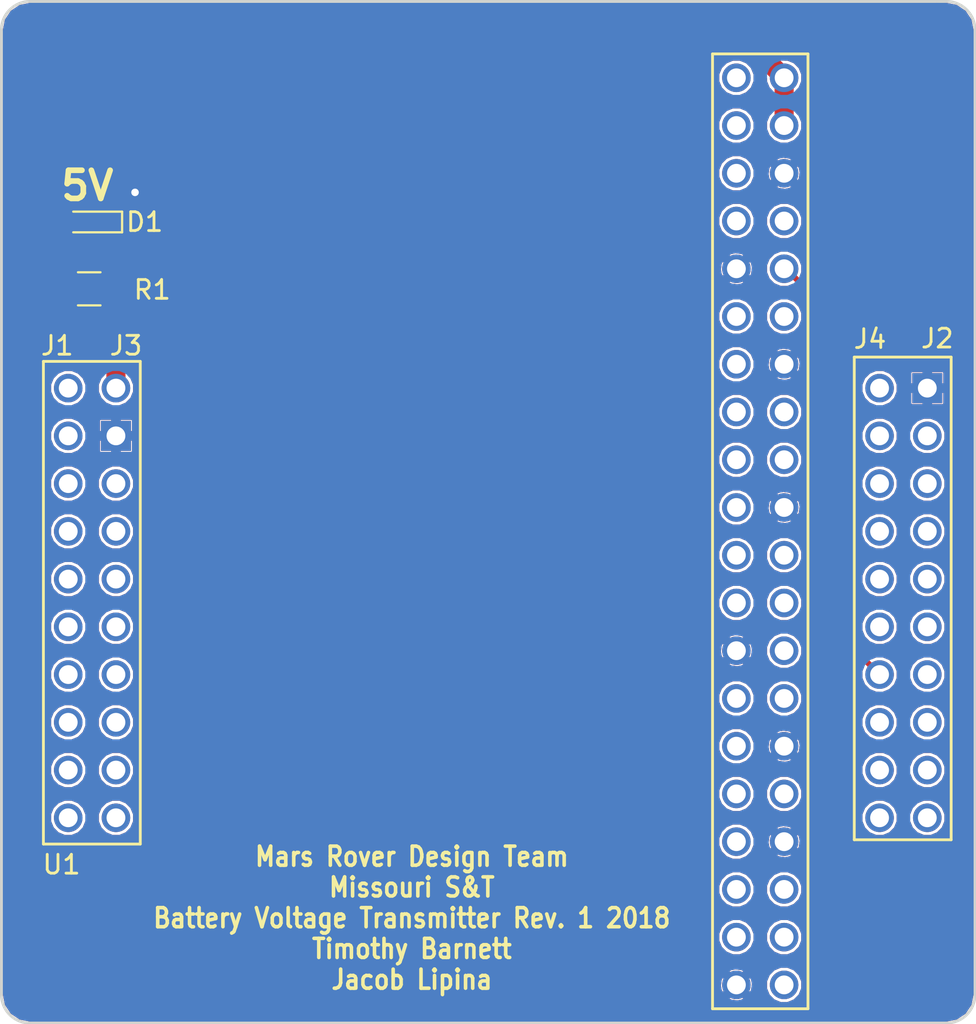
<source format=kicad_pcb>
(kicad_pcb (version 4) (host pcbnew 4.0.7)

  (general
    (links 15)
    (no_connects 0)
    (area 125.908999 59.360999 177.875001 115.32486)
    (thickness 1.6)
    (drawings 12)
    (tracks 15)
    (zones 0)
    (modules 4)
    (nets 69)
  )

  (page A4)
  (layers
    (0 F.Cu signal)
    (31 B.Cu signal)
    (32 B.Adhes user)
    (33 F.Adhes user)
    (34 B.Paste user)
    (35 F.Paste user)
    (36 B.SilkS user)
    (37 F.SilkS user)
    (38 B.Mask user)
    (39 F.Mask user)
    (40 Dwgs.User user)
    (41 Cmts.User user)
    (42 Eco1.User user)
    (43 Eco2.User user)
    (44 Edge.Cuts user)
    (45 Margin user)
    (46 B.CrtYd user)
    (47 F.CrtYd user)
    (48 B.Fab user)
    (49 F.Fab user)
  )

  (setup
    (last_trace_width 0.3048)
    (user_trace_width 0.3048)
    (user_trace_width 1.016)
    (trace_clearance 0.14986)
    (zone_clearance 0.000127)
    (zone_45_only no)
    (trace_min 0.2)
    (segment_width 0.2)
    (edge_width 0.15)
    (via_size 0.6)
    (via_drill 0.4)
    (via_min_size 0.4)
    (via_min_drill 0.3)
    (uvia_size 0.3)
    (uvia_drill 0.1)
    (uvias_allowed no)
    (uvia_min_size 0.2)
    (uvia_min_drill 0.1)
    (pcb_text_width 0.3)
    (pcb_text_size 1.5 1.5)
    (mod_edge_width 0.15)
    (mod_text_size 1 1)
    (mod_text_width 0.15)
    (pad_size 1.524 1.524)
    (pad_drill 0.762)
    (pad_to_mask_clearance 0.2)
    (aux_axis_origin 0 0)
    (visible_elements FFFFFF7F)
    (pcbplotparams
      (layerselection 0x00030_80000001)
      (usegerberextensions false)
      (excludeedgelayer true)
      (linewidth 0.100000)
      (plotframeref false)
      (viasonmask false)
      (mode 1)
      (useauxorigin false)
      (hpglpennumber 1)
      (hpglpenspeed 20)
      (hpglpendiameter 15)
      (hpglpenoverlay 2)
      (psnegative false)
      (psa4output false)
      (plotreference true)
      (plotvalue true)
      (plotinvisibletext false)
      (padsonsilk false)
      (subtractmaskfromsilk false)
      (outputformat 1)
      (mirror false)
      (drillshape 1)
      (scaleselection 1)
      (outputdirectory ""))
  )

  (net 0 "")
  (net 1 GND)
  (net 2 "Net-(D1-Pad2)")
  (net 3 +5V)
  (net 4 "Net-(U1-Pad1)")
  (net 5 "Net-(U1-Pad2)")
  (net 6 "Net-(U1-Pad3)")
  (net 7 "Net-(U1-Pad23)")
  (net 8 "Net-(U1-Pad4)")
  (net 9 "Net-(U1-Pad24)")
  (net 10 "Net-(U1-Pad5)")
  (net 11 "Net-(U1-Pad25)")
  (net 12 "Net-(U1-Pad6)")
  (net 13 "Net-(U1-Pad26)")
  (net 14 "Net-(U1-Pad7)")
  (net 15 "Net-(U1-Pad27)")
  (net 16 "Net-(U1-Pad8)")
  (net 17 "Net-(U1-Pad28)")
  (net 18 "Net-(U1-Pad9)")
  (net 19 "Net-(U1-Pad29)")
  (net 20 "Net-(U1-Pad10)")
  (net 21 "Net-(U1-Pad30)")
  (net 22 "Net-(U1-Pad40)")
  (net 23 "Net-(U1-Pad39)")
  (net 24 "Net-(U1-Pad19)")
  (net 25 "Net-(U1-Pad38)")
  (net 26 "Net-(U1-Pad18)")
  (net 27 "Net-(U1-Pad37)")
  (net 28 "Net-(U1-Pad17)")
  (net 29 "Net-(U1-Pad36)")
  (net 30 "Net-(U1-Pad16)")
  (net 31 "Net-(U1-Pad35)")
  (net 32 "Net-(U1-Pad15)")
  (net 33 MSP432_TX_to_PI_RX)
  (net 34 "Net-(U1-Pad14)")
  (net 35 "Net-(U1-Pad33)")
  (net 36 "Net-(U1-Pad13)")
  (net 37 "Net-(U1-Pad32)")
  (net 38 "Net-(U1-Pad12)")
  (net 39 "Net-(U1-Pad31)")
  (net 40 "Net-(U1-Pad11)")
  (net 41 "Net-(U2-Pad1)")
  (net 42 "Net-(U2-Pad3)")
  (net 43 "Net-(U2-Pad5)")
  (net 44 "Net-(U2-Pad7)")
  (net 45 "Net-(U2-Pad8)")
  (net 46 "Net-(U2-Pad11)")
  (net 47 "Net-(U2-Pad12)")
  (net 48 "Net-(U2-Pad13)")
  (net 49 "Net-(U2-Pad15)")
  (net 50 "Net-(U2-Pad16)")
  (net 51 "Net-(U2-Pad17)")
  (net 52 "Net-(U2-Pad19)")
  (net 53 "Net-(U2-Pad21)")
  (net 54 "Net-(U2-Pad22)")
  (net 55 "Net-(U2-Pad23)")
  (net 56 "Net-(U2-Pad24)")
  (net 57 "Net-(U2-Pad26)")
  (net 58 "Net-(U2-Pad27)")
  (net 59 "Net-(U2-Pad28)")
  (net 60 "Net-(U2-Pad29)")
  (net 61 "Net-(U2-Pad31)")
  (net 62 "Net-(U2-Pad32)")
  (net 63 "Net-(U2-Pad33)")
  (net 64 "Net-(U2-Pad35)")
  (net 65 "Net-(U2-Pad36)")
  (net 66 "Net-(U2-Pad37)")
  (net 67 "Net-(U2-Pad38)")
  (net 68 "Net-(U2-Pad40)")

  (net_class Default "This is the default net class."
    (clearance 0.14986)
    (trace_width 0.25)
    (via_dia 0.6)
    (via_drill 0.4)
    (uvia_dia 0.3)
    (uvia_drill 0.1)
    (add_net +5V)
    (add_net GND)
    (add_net MSP432_TX_to_PI_RX)
    (add_net "Net-(D1-Pad2)")
    (add_net "Net-(U1-Pad1)")
    (add_net "Net-(U1-Pad10)")
    (add_net "Net-(U1-Pad11)")
    (add_net "Net-(U1-Pad12)")
    (add_net "Net-(U1-Pad13)")
    (add_net "Net-(U1-Pad14)")
    (add_net "Net-(U1-Pad15)")
    (add_net "Net-(U1-Pad16)")
    (add_net "Net-(U1-Pad17)")
    (add_net "Net-(U1-Pad18)")
    (add_net "Net-(U1-Pad19)")
    (add_net "Net-(U1-Pad2)")
    (add_net "Net-(U1-Pad23)")
    (add_net "Net-(U1-Pad24)")
    (add_net "Net-(U1-Pad25)")
    (add_net "Net-(U1-Pad26)")
    (add_net "Net-(U1-Pad27)")
    (add_net "Net-(U1-Pad28)")
    (add_net "Net-(U1-Pad29)")
    (add_net "Net-(U1-Pad3)")
    (add_net "Net-(U1-Pad30)")
    (add_net "Net-(U1-Pad31)")
    (add_net "Net-(U1-Pad32)")
    (add_net "Net-(U1-Pad33)")
    (add_net "Net-(U1-Pad35)")
    (add_net "Net-(U1-Pad36)")
    (add_net "Net-(U1-Pad37)")
    (add_net "Net-(U1-Pad38)")
    (add_net "Net-(U1-Pad39)")
    (add_net "Net-(U1-Pad4)")
    (add_net "Net-(U1-Pad40)")
    (add_net "Net-(U1-Pad5)")
    (add_net "Net-(U1-Pad6)")
    (add_net "Net-(U1-Pad7)")
    (add_net "Net-(U1-Pad8)")
    (add_net "Net-(U1-Pad9)")
    (add_net "Net-(U2-Pad1)")
    (add_net "Net-(U2-Pad11)")
    (add_net "Net-(U2-Pad12)")
    (add_net "Net-(U2-Pad13)")
    (add_net "Net-(U2-Pad15)")
    (add_net "Net-(U2-Pad16)")
    (add_net "Net-(U2-Pad17)")
    (add_net "Net-(U2-Pad19)")
    (add_net "Net-(U2-Pad21)")
    (add_net "Net-(U2-Pad22)")
    (add_net "Net-(U2-Pad23)")
    (add_net "Net-(U2-Pad24)")
    (add_net "Net-(U2-Pad26)")
    (add_net "Net-(U2-Pad27)")
    (add_net "Net-(U2-Pad28)")
    (add_net "Net-(U2-Pad29)")
    (add_net "Net-(U2-Pad3)")
    (add_net "Net-(U2-Pad31)")
    (add_net "Net-(U2-Pad32)")
    (add_net "Net-(U2-Pad33)")
    (add_net "Net-(U2-Pad35)")
    (add_net "Net-(U2-Pad36)")
    (add_net "Net-(U2-Pad37)")
    (add_net "Net-(U2-Pad38)")
    (add_net "Net-(U2-Pad40)")
    (add_net "Net-(U2-Pad5)")
    (add_net "Net-(U2-Pad7)")
    (add_net "Net-(U2-Pad8)")
  )

  (module LEDs:LED_0603_HandSoldering (layer F.Cu) (tedit 5AA469D3) (tstamp 5AA46F26)
    (at 130.6068 71.1708 180)
    (descr "LED SMD 0603, hand soldering")
    (tags "LED 0603")
    (path /5AA45B9B)
    (attr smd)
    (fp_text reference D1 (at -2.9972 0 180) (layer F.SilkS)
      (effects (font (size 1 1) (thickness 0.15)))
    )
    (fp_text value LED (at -0.0508 -1.4732 180) (layer F.Fab)
      (effects (font (size 1 1) (thickness 0.15)))
    )
    (fp_line (start -1.8 -0.55) (end -1.8 0.55) (layer F.SilkS) (width 0.12))
    (fp_line (start -0.2 -0.2) (end -0.2 0.2) (layer F.Fab) (width 0.1))
    (fp_line (start -0.15 0) (end 0.15 -0.2) (layer F.Fab) (width 0.1))
    (fp_line (start 0.15 0.2) (end -0.15 0) (layer F.Fab) (width 0.1))
    (fp_line (start 0.15 -0.2) (end 0.15 0.2) (layer F.Fab) (width 0.1))
    (fp_line (start 0.8 0.4) (end -0.8 0.4) (layer F.Fab) (width 0.1))
    (fp_line (start 0.8 -0.4) (end 0.8 0.4) (layer F.Fab) (width 0.1))
    (fp_line (start -0.8 -0.4) (end 0.8 -0.4) (layer F.Fab) (width 0.1))
    (fp_line (start -1.8 0.55) (end 0.8 0.55) (layer F.SilkS) (width 0.12))
    (fp_line (start -1.8 -0.55) (end 0.8 -0.55) (layer F.SilkS) (width 0.12))
    (fp_line (start -1.96 -0.7) (end 1.95 -0.7) (layer F.CrtYd) (width 0.05))
    (fp_line (start -1.96 -0.7) (end -1.96 0.7) (layer F.CrtYd) (width 0.05))
    (fp_line (start 1.95 0.7) (end 1.95 -0.7) (layer F.CrtYd) (width 0.05))
    (fp_line (start 1.95 0.7) (end -1.96 0.7) (layer F.CrtYd) (width 0.05))
    (fp_line (start -0.8 -0.4) (end -0.8 0.4) (layer F.Fab) (width 0.1))
    (pad 1 smd rect (at -1.1 0 180) (size 1.2 0.9) (layers F.Cu F.Paste F.Mask)
      (net 1 GND))
    (pad 2 smd rect (at 1.1 0 180) (size 1.2 0.9) (layers F.Cu F.Paste F.Mask)
      (net 2 "Net-(D1-Pad2)"))
    (model ${KISYS3DMOD}/LEDs.3dshapes/LED_0603.wrl
      (at (xyz 0 0 0))
      (scale (xyz 1 1 1))
      (rotate (xyz 0 0 180))
    )
  )

  (module Resistors_SMD:R_0805_HandSoldering (layer F.Cu) (tedit 5AA469C7) (tstamp 5AA46F2C)
    (at 130.6576 74.7268)
    (descr "Resistor SMD 0805, hand soldering")
    (tags "resistor 0805")
    (path /5AA45B26)
    (attr smd)
    (fp_text reference R1 (at 3.3528 0.0508) (layer F.SilkS)
      (effects (font (size 1 1) (thickness 0.15)))
    )
    (fp_text value 100 (at 0 1.75) (layer F.Fab)
      (effects (font (size 1 1) (thickness 0.15)))
    )
    (fp_text user %R (at 0 0) (layer F.Fab)
      (effects (font (size 0.5 0.5) (thickness 0.075)))
    )
    (fp_line (start -1 0.62) (end -1 -0.62) (layer F.Fab) (width 0.1))
    (fp_line (start 1 0.62) (end -1 0.62) (layer F.Fab) (width 0.1))
    (fp_line (start 1 -0.62) (end 1 0.62) (layer F.Fab) (width 0.1))
    (fp_line (start -1 -0.62) (end 1 -0.62) (layer F.Fab) (width 0.1))
    (fp_line (start 0.6 0.88) (end -0.6 0.88) (layer F.SilkS) (width 0.12))
    (fp_line (start -0.6 -0.88) (end 0.6 -0.88) (layer F.SilkS) (width 0.12))
    (fp_line (start -2.35 -0.9) (end 2.35 -0.9) (layer F.CrtYd) (width 0.05))
    (fp_line (start -2.35 -0.9) (end -2.35 0.9) (layer F.CrtYd) (width 0.05))
    (fp_line (start 2.35 0.9) (end 2.35 -0.9) (layer F.CrtYd) (width 0.05))
    (fp_line (start 2.35 0.9) (end -2.35 0.9) (layer F.CrtYd) (width 0.05))
    (pad 1 smd rect (at -1.35 0) (size 1.5 1.3) (layers F.Cu F.Paste F.Mask)
      (net 2 "Net-(D1-Pad2)"))
    (pad 2 smd rect (at 1.35 0) (size 1.5 1.3) (layers F.Cu F.Paste F.Mask)
      (net 3 +5V))
    (model ${KISYS3DMOD}/Resistors_SMD.3dshapes/R_0805.wrl
      (at (xyz 0 0 0))
      (scale (xyz 1 1 1))
      (rotate (xyz 0 0 0))
    )
  )

  (module MRDT-Shields:MSP_EXP432P401R_Launchpad_FULL_Booster (layer F.Cu) (tedit 5AA470B6) (tstamp 5AA46F64)
    (at 129.54 80.01)
    (path /5AA4548A)
    (fp_text reference U1 (at -0.3556 25.3492) (layer F.SilkS)
      (effects (font (size 1 1) (thickness 0.15)))
    )
    (fp_text value MSP_EXP432P401R_Launchpad_Shield (at 18.796 19.05) (layer F.Fab)
      (effects (font (size 1 1) (thickness 0.15)))
    )
    (fp_line (start 41.8338 24.0284) (end 46.99 24.0284) (layer F.SilkS) (width 0.15))
    (fp_line (start 41.8338 -1.651) (end 41.8338 24.0284) (layer F.SilkS) (width 0.15))
    (fp_line (start 41.8338 -1.651) (end 46.99 -1.651) (layer F.SilkS) (width 0.15))
    (fp_line (start 46.99 -1.651) (end 46.99 24.0284) (layer F.SilkS) (width 0.15))
    (fp_text user J2 (at 46.2534 -2.6416) (layer F.SilkS)
      (effects (font (size 1 1) (thickness 0.15)))
    )
    (fp_text user J4 (at 42.672 -2.6162) (layer F.SilkS)
      (effects (font (size 1 1) (thickness 0.15)))
    )
    (fp_text user J3 (at 3.0734 -2.2606) (layer F.SilkS)
      (effects (font (size 1 1) (thickness 0.15)))
    )
    (fp_text user J1 (at -0.5842 -2.2606) (layer F.SilkS)
      (effects (font (size 1 1) (thickness 0.15)))
    )
    (fp_line (start -1.3208 -1.4224) (end 3.8354 -1.4224) (layer F.SilkS) (width 0.15))
    (fp_line (start 3.8354 -1.4224) (end 3.8354 24.257) (layer F.SilkS) (width 0.15))
    (fp_line (start 3.8354 24.257) (end -1.3208 24.257) (layer F.SilkS) (width 0.15))
    (fp_line (start -1.3208 24.257) (end -1.3208 -1.4224) (layer F.SilkS) (width 0.15))
    (pad 1 thru_hole circle (at 0 0) (size 1.52 1.52) (drill 1) (layers *.Cu *.Mask)
      (net 4 "Net-(U1-Pad1)"))
    (pad 21 thru_hole circle (at 2.54 0) (size 1.52 1.52) (drill 1) (layers *.Cu *.Mask)
      (net 3 +5V))
    (pad 2 thru_hole circle (at 0 2.54) (size 1.52 1.52) (drill 1) (layers *.Cu *.Mask)
      (net 5 "Net-(U1-Pad2)"))
    (pad 22 thru_hole rect (at 2.54 2.54) (size 1.6 1.6) (drill 1) (layers *.Cu *.Mask)
      (net 1 GND))
    (pad 3 thru_hole circle (at 0 5.08) (size 1.52 1.52) (drill 1) (layers *.Cu *.Mask)
      (net 6 "Net-(U1-Pad3)"))
    (pad 23 thru_hole circle (at 2.54 5.08) (size 1.52 1.52) (drill 1) (layers *.Cu *.Mask)
      (net 7 "Net-(U1-Pad23)"))
    (pad 4 thru_hole circle (at 0 7.62) (size 1.52 1.52) (drill 1) (layers *.Cu *.Mask)
      (net 8 "Net-(U1-Pad4)"))
    (pad 24 thru_hole circle (at 2.54 7.62) (size 1.52 1.52) (drill 1) (layers *.Cu *.Mask)
      (net 9 "Net-(U1-Pad24)"))
    (pad 5 thru_hole circle (at 0 10.16) (size 1.52 1.52) (drill 1) (layers *.Cu *.Mask)
      (net 10 "Net-(U1-Pad5)"))
    (pad 25 thru_hole circle (at 2.54 10.16) (size 1.52 1.52) (drill 1) (layers *.Cu *.Mask)
      (net 11 "Net-(U1-Pad25)"))
    (pad 6 thru_hole circle (at 0 12.7) (size 1.52 1.52) (drill 1) (layers *.Cu *.Mask)
      (net 12 "Net-(U1-Pad6)"))
    (pad 26 thru_hole circle (at 2.54 12.7) (size 1.52 1.52) (drill 1) (layers *.Cu *.Mask)
      (net 13 "Net-(U1-Pad26)"))
    (pad 7 thru_hole circle (at 0 15.24) (size 1.52 1.52) (drill 1) (layers *.Cu *.Mask)
      (net 14 "Net-(U1-Pad7)"))
    (pad 27 thru_hole circle (at 2.54 15.24) (size 1.52 1.52) (drill 1) (layers *.Cu *.Mask)
      (net 15 "Net-(U1-Pad27)"))
    (pad 8 thru_hole circle (at 0 17.78) (size 1.52 1.52) (drill 1) (layers *.Cu *.Mask)
      (net 16 "Net-(U1-Pad8)"))
    (pad 28 thru_hole circle (at 2.54 17.78) (size 1.52 1.52) (drill 1) (layers *.Cu *.Mask)
      (net 17 "Net-(U1-Pad28)"))
    (pad 9 thru_hole circle (at 0 20.32) (size 1.52 1.52) (drill 1) (layers *.Cu *.Mask)
      (net 18 "Net-(U1-Pad9)"))
    (pad 29 thru_hole circle (at 2.54 20.32) (size 1.52 1.52) (drill 1) (layers *.Cu *.Mask)
      (net 19 "Net-(U1-Pad29)"))
    (pad 10 thru_hole circle (at 0 22.86) (size 1.52 1.52) (drill 1) (layers *.Cu *.Mask)
      (net 20 "Net-(U1-Pad10)"))
    (pad 30 thru_hole circle (at 2.54 22.86) (size 1.52 1.52) (drill 1) (layers *.Cu *.Mask)
      (net 21 "Net-(U1-Pad30)"))
    (pad 40 thru_hole circle (at 43.18 0) (size 1.52 1.52) (drill 1) (layers *.Cu *.Mask)
      (net 22 "Net-(U1-Pad40)"))
    (pad 20 thru_hole rect (at 45.72 0) (size 1.6 1.6) (drill 1) (layers *.Cu *.Mask)
      (net 1 GND))
    (pad 39 thru_hole circle (at 43.18 2.54) (size 1.52 1.52) (drill 1) (layers *.Cu *.Mask)
      (net 23 "Net-(U1-Pad39)"))
    (pad 19 thru_hole circle (at 45.72 2.54) (size 1.52 1.52) (drill 1) (layers *.Cu *.Mask)
      (net 24 "Net-(U1-Pad19)"))
    (pad 38 thru_hole circle (at 43.18 5.08) (size 1.52 1.52) (drill 1) (layers *.Cu *.Mask)
      (net 25 "Net-(U1-Pad38)"))
    (pad 18 thru_hole circle (at 45.72 5.08) (size 1.52 1.52) (drill 1) (layers *.Cu *.Mask)
      (net 26 "Net-(U1-Pad18)"))
    (pad 37 thru_hole circle (at 43.18 7.62) (size 1.52 1.52) (drill 1) (layers *.Cu *.Mask)
      (net 27 "Net-(U1-Pad37)"))
    (pad 17 thru_hole circle (at 45.72 7.62) (size 1.52 1.52) (drill 1) (layers *.Cu *.Mask)
      (net 28 "Net-(U1-Pad17)"))
    (pad 36 thru_hole circle (at 43.18 10.16) (size 1.52 1.52) (drill 1) (layers *.Cu *.Mask)
      (net 29 "Net-(U1-Pad36)"))
    (pad 16 thru_hole circle (at 45.72 10.16) (size 1.52 1.52) (drill 1) (layers *.Cu *.Mask)
      (net 30 "Net-(U1-Pad16)"))
    (pad 35 thru_hole circle (at 43.18 12.7) (size 1.52 1.52) (drill 1) (layers *.Cu *.Mask)
      (net 31 "Net-(U1-Pad35)"))
    (pad 15 thru_hole circle (at 45.72 12.7) (size 1.52 1.52) (drill 1) (layers *.Cu *.Mask)
      (net 32 "Net-(U1-Pad15)"))
    (pad 34 thru_hole circle (at 43.18 15.24) (size 1.52 1.52) (drill 1) (layers *.Cu *.Mask)
      (net 33 MSP432_TX_to_PI_RX))
    (pad 14 thru_hole circle (at 45.72 15.24) (size 1.52 1.52) (drill 1) (layers *.Cu *.Mask)
      (net 34 "Net-(U1-Pad14)"))
    (pad 33 thru_hole circle (at 43.18 17.78) (size 1.52 1.52) (drill 1) (layers *.Cu *.Mask)
      (net 35 "Net-(U1-Pad33)"))
    (pad 13 thru_hole circle (at 45.72 17.78) (size 1.52 1.52) (drill 1) (layers *.Cu *.Mask)
      (net 36 "Net-(U1-Pad13)"))
    (pad 32 thru_hole circle (at 43.18 20.32) (size 1.52 1.52) (drill 1) (layers *.Cu *.Mask)
      (net 37 "Net-(U1-Pad32)"))
    (pad 12 thru_hole circle (at 45.72 20.32) (size 1.52 1.52) (drill 1) (layers *.Cu *.Mask)
      (net 38 "Net-(U1-Pad12)"))
    (pad 31 thru_hole circle (at 43.18 22.86) (size 1.52 1.52) (drill 1) (layers *.Cu *.Mask)
      (net 39 "Net-(U1-Pad31)"))
    (pad 11 thru_hole circle (at 45.72 22.86) (size 1.52 1.52) (drill 1) (layers *.Cu *.Mask)
      (net 40 "Net-(U1-Pad11)"))
  )

  (module MRDT-Shields:RASPBERRY_PI_HEADERS (layer F.Cu) (tedit 5A7F774D) (tstamp 5AA46F94)
    (at 163.83 113.03)
    (path /5AA454D4)
    (fp_text reference U2 (at 2.54 1.27) (layer F.SilkS) hide
      (effects (font (size 1 1) (thickness 0.15)))
    )
    (fp_text value Raspberry_Pi (at 3.81 -52.07) (layer F.Fab)
      (effects (font (size 1 1) (thickness 0.15)))
    )
    (fp_line (start 0 0) (end 5.08 0) (layer F.SilkS) (width 0.15))
    (fp_line (start 5.08 0) (end 5.08 -50.8) (layer F.SilkS) (width 0.15))
    (fp_line (start 5.08 -50.8) (end 0 -50.8) (layer F.SilkS) (width 0.15))
    (fp_line (start 0 -50.8) (end 0 0) (layer F.SilkS) (width 0.15))
    (pad 1 thru_hole circle (at 1.27 -49.53) (size 1.52 1.52) (drill 1) (layers *.Cu *.Mask F.Paste)
      (net 41 "Net-(U2-Pad1)"))
    (pad 2 thru_hole circle (at 3.81 -49.53) (size 1.52 1.52) (drill 1) (layers *.Cu *.Mask F.Paste)
      (net 3 +5V))
    (pad 3 thru_hole circle (at 1.27 -46.99) (size 1.52 1.52) (drill 1) (layers *.Cu *.Mask F.Paste)
      (net 42 "Net-(U2-Pad3)"))
    (pad 4 thru_hole circle (at 3.81 -46.99) (size 1.52 1.52) (drill 1) (layers *.Cu *.Mask F.Paste)
      (net 3 +5V))
    (pad 5 thru_hole circle (at 1.27 -44.45) (size 1.52 1.52) (drill 1) (layers *.Cu *.Mask F.Paste)
      (net 43 "Net-(U2-Pad5)"))
    (pad 6 thru_hole circle (at 3.81 -44.45) (size 1.52 1.52) (drill 1) (layers *.Cu *.Mask F.Paste)
      (net 1 GND))
    (pad 7 thru_hole circle (at 1.27 -41.91) (size 1.52 1.52) (drill 1) (layers *.Cu *.Mask F.Paste)
      (net 44 "Net-(U2-Pad7)"))
    (pad 8 thru_hole circle (at 3.81 -41.91) (size 1.52 1.52) (drill 1) (layers *.Cu *.Mask F.Paste)
      (net 45 "Net-(U2-Pad8)"))
    (pad 9 thru_hole circle (at 1.27 -39.37) (size 1.52 1.52) (drill 1) (layers *.Cu *.Mask F.Paste)
      (net 1 GND))
    (pad 10 thru_hole circle (at 3.81 -39.37) (size 1.52 1.52) (drill 1) (layers *.Cu *.Mask F.Paste)
      (net 33 MSP432_TX_to_PI_RX))
    (pad 11 thru_hole circle (at 1.27 -36.83) (size 1.52 1.52) (drill 1) (layers *.Cu *.Mask F.Paste)
      (net 46 "Net-(U2-Pad11)"))
    (pad 12 thru_hole circle (at 3.81 -36.83) (size 1.52 1.52) (drill 1) (layers *.Cu *.Mask F.Paste)
      (net 47 "Net-(U2-Pad12)"))
    (pad 13 thru_hole circle (at 1.27 -34.29) (size 1.52 1.52) (drill 1) (layers *.Cu *.Mask F.Paste)
      (net 48 "Net-(U2-Pad13)"))
    (pad 14 thru_hole circle (at 3.81 -34.29) (size 1.52 1.52) (drill 1) (layers *.Cu *.Mask F.Paste)
      (net 1 GND))
    (pad 15 thru_hole circle (at 1.27 -31.75) (size 1.52 1.52) (drill 1) (layers *.Cu *.Mask F.Paste)
      (net 49 "Net-(U2-Pad15)"))
    (pad 16 thru_hole circle (at 3.81 -31.75) (size 1.52 1.52) (drill 1) (layers *.Cu *.Mask F.Paste)
      (net 50 "Net-(U2-Pad16)"))
    (pad 17 thru_hole circle (at 1.27 -29.21) (size 1.52 1.52) (drill 1) (layers *.Cu *.Mask F.Paste)
      (net 51 "Net-(U2-Pad17)"))
    (pad 18 thru_hole circle (at 3.81 -29.21) (size 1.52 1.52) (drill 1) (layers *.Cu *.Mask F.Paste))
    (pad 19 thru_hole circle (at 1.27 -26.67) (size 1.52 1.52) (drill 1) (layers *.Cu *.Mask F.Paste)
      (net 52 "Net-(U2-Pad19)"))
    (pad 20 thru_hole circle (at 3.81 -26.67) (size 1.52 1.52) (drill 1) (layers *.Cu *.Mask F.Paste)
      (net 1 GND))
    (pad 21 thru_hole circle (at 1.27 -24.13) (size 1.52 1.52) (drill 1) (layers *.Cu *.Mask F.Paste)
      (net 53 "Net-(U2-Pad21)"))
    (pad 22 thru_hole circle (at 3.81 -24.13) (size 1.52 1.52) (drill 1) (layers *.Cu *.Mask F.Paste)
      (net 54 "Net-(U2-Pad22)"))
    (pad 23 thru_hole circle (at 1.27 -21.59) (size 1.52 1.52) (drill 1) (layers *.Cu *.Mask F.Paste)
      (net 55 "Net-(U2-Pad23)"))
    (pad 24 thru_hole circle (at 3.81 -21.59) (size 1.52 1.52) (drill 1) (layers *.Cu *.Mask F.Paste)
      (net 56 "Net-(U2-Pad24)"))
    (pad 25 thru_hole circle (at 1.27 -19.05) (size 1.52 1.52) (drill 1) (layers *.Cu *.Mask F.Paste)
      (net 1 GND))
    (pad 26 thru_hole circle (at 3.81 -19.05) (size 1.52 1.52) (drill 1) (layers *.Cu *.Mask F.Paste)
      (net 57 "Net-(U2-Pad26)"))
    (pad 27 thru_hole circle (at 1.27 -16.51) (size 1.52 1.52) (drill 1) (layers *.Cu *.Mask F.Paste)
      (net 58 "Net-(U2-Pad27)"))
    (pad 28 thru_hole circle (at 3.81 -16.51) (size 1.52 1.52) (drill 1) (layers *.Cu *.Mask F.Paste)
      (net 59 "Net-(U2-Pad28)"))
    (pad 29 thru_hole circle (at 1.27 -13.97) (size 1.52 1.52) (drill 1) (layers *.Cu *.Mask F.Paste)
      (net 60 "Net-(U2-Pad29)"))
    (pad 30 thru_hole circle (at 3.81 -13.97) (size 1.52 1.52) (drill 1) (layers *.Cu *.Mask F.Paste)
      (net 1 GND))
    (pad 31 thru_hole circle (at 1.27 -11.43) (size 1.52 1.52) (drill 1) (layers *.Cu *.Mask F.Paste)
      (net 61 "Net-(U2-Pad31)"))
    (pad 32 thru_hole circle (at 3.81 -11.43) (size 1.52 1.52) (drill 1) (layers *.Cu *.Mask F.Paste)
      (net 62 "Net-(U2-Pad32)"))
    (pad 33 thru_hole circle (at 1.27 -8.89) (size 1.52 1.52) (drill 1) (layers *.Cu *.Mask F.Paste)
      (net 63 "Net-(U2-Pad33)"))
    (pad 34 thru_hole circle (at 3.81 -8.89) (size 1.52 1.52) (drill 1) (layers *.Cu *.Mask F.Paste)
      (net 1 GND))
    (pad 35 thru_hole circle (at 1.27 -6.35) (size 1.52 1.52) (drill 1) (layers *.Cu *.Mask F.Paste)
      (net 64 "Net-(U2-Pad35)"))
    (pad 36 thru_hole circle (at 3.81 -6.35) (size 1.52 1.52) (drill 1) (layers *.Cu *.Mask F.Paste)
      (net 65 "Net-(U2-Pad36)"))
    (pad 37 thru_hole circle (at 1.27 -3.81) (size 1.52 1.52) (drill 1) (layers *.Cu *.Mask F.Paste)
      (net 66 "Net-(U2-Pad37)"))
    (pad 38 thru_hole circle (at 3.81 -3.81) (size 1.52 1.52) (drill 1) (layers *.Cu *.Mask F.Paste)
      (net 67 "Net-(U2-Pad38)"))
    (pad 39 thru_hole circle (at 1.27 -1.27) (size 1.52 1.52) (drill 1) (layers *.Cu *.Mask F.Paste)
      (net 1 GND))
    (pad 40 thru_hole circle (at 3.81 -1.27) (size 1.52 1.52) (drill 1) (layers *.Cu *.Mask F.Paste)
      (net 68 "Net-(U2-Pad40)"))
  )

  (gr_line (start 177.8 60.96) (end 177.8 112.268) (angle 90) (layer Edge.Cuts) (width 0.15))
  (gr_line (start 175.768 59.436) (end 176.276 59.436) (angle 90) (layer Edge.Cuts) (width 0.15))
  (gr_line (start 127.508 59.436) (end 175.768 59.436) (angle 90) (layer Edge.Cuts) (width 0.15))
  (gr_line (start 125.984 112.268) (end 125.984 61.976) (angle 90) (layer Edge.Cuts) (width 0.15))
  (gr_line (start 176.276 113.792) (end 127.508 113.792) (angle 90) (layer Edge.Cuts) (width 0.15))
  (gr_arc (start 176.276 112.268) (end 177.8 112.268) (angle 90) (layer Edge.Cuts) (width 0.15))
  (gr_arc (start 127.508 112.268) (end 127.508 113.792) (angle 90) (layer Edge.Cuts) (width 0.15))
  (gr_arc (start 127.508 60.96) (end 125.984 60.96) (angle 90) (layer Edge.Cuts) (width 0.15))
  (gr_arc (start 176.276 60.96) (end 176.276 59.436) (angle 90) (layer Edge.Cuts) (width 0.15))
  (gr_text "Mars Rover Design Team\nMissouri S&T\nBattery Voltage Transmitter Rev. 1 2018\nTimothy Barnett\nJacob Lipina" (at 147.828 108.204) (layer F.SilkS)
    (effects (font (size 1.016 0.889) (thickness 0.1905)))
  )
  (gr_line (start 125.984 60.96) (end 125.984 61.976) (angle 90) (layer Edge.Cuts) (width 0.15))
  (gr_text 5V (at 130.556 69.2404) (layer F.SilkS)
    (effects (font (size 1.5 1.5) (thickness 0.3)))
  )

  (segment (start 131.7068 70.4772) (end 133.096 69.596) (width 0.3048) (layer F.Cu) (net 1) (tstamp 5AA471B7))
  (via (at 133.096 69.596) (size 0.6) (drill 0.4) (layers F.Cu B.Cu) (net 1))
  (segment (start 131.7068 71.1708) (end 131.7068 70.4772) (width 0.3048) (layer F.Cu) (net 1))
  (segment (start 131.7068 71.1708) (end 131.7068 70.9852) (width 0.3048) (layer F.Cu) (net 1))
  (segment (start 129.5068 71.1708) (end 129.5068 74.5276) (width 0.3048) (layer F.Cu) (net 2))
  (segment (start 129.5068 74.5276) (end 129.3076 74.7268) (width 0.3048) (layer F.Cu) (net 2) (tstamp 5AA47175))
  (segment (start 167.64 63.5) (end 167.64 66.04) (width 1.016) (layer F.Cu) (net 3))
  (segment (start 132.08 80.01) (end 132.08 74.7992) (width 1.016) (layer F.Cu) (net 3))
  (segment (start 132.08 74.7992) (end 145.9192 60.96) (width 1.016) (layer F.Cu) (net 3) (tstamp 5AA47168))
  (segment (start 145.9192 60.96) (end 165.1 60.96) (width 1.016) (layer F.Cu) (net 3) (tstamp 5AA47169))
  (segment (start 165.1 60.96) (end 167.64 63.5) (width 1.016) (layer F.Cu) (net 3) (tstamp 5AA4716B))
  (segment (start 167.64 73.66) (end 167.7416 73.66) (width 0.3048) (layer F.Cu) (net 33))
  (segment (start 167.7416 73.66) (end 170.3324 76.2508) (width 0.3048) (layer F.Cu) (net 33) (tstamp 5AA47094))
  (segment (start 170.3324 76.2508) (end 170.3324 92.8624) (width 0.3048) (layer F.Cu) (net 33) (tstamp 5AA47095))
  (segment (start 170.3324 92.8624) (end 172.72 95.25) (width 0.3048) (layer F.Cu) (net 33) (tstamp 5AA47097))

  (zone (net 1) (net_name GND) (layer B.Cu) (tstamp 5AA47153) (hatch edge 0.508)
    (connect_pads (clearance 0.000127))
    (min_thickness 0.0254)
    (fill yes (arc_segments 16) (thermal_gap 0.0508) (thermal_bridge_width 0.508))
    (polygon
      (pts
        (xy 177.8 113.792) (xy 125.984 113.792) (xy 125.984 59.436) (xy 177.8 59.436)
      )
    )
    (filled_polygon
      (pts
        (xy 176.82494 59.634738) (xy 177.290311 59.945689) (xy 177.601261 60.411058) (xy 177.712173 60.968648) (xy 177.712173 112.259352)
        (xy 177.601261 112.816942) (xy 177.290311 113.282311) (xy 176.82494 113.593262) (xy 176.267352 113.704173) (xy 127.516648 113.704173)
        (xy 126.959058 113.593261) (xy 126.493689 113.282311) (xy 126.182738 112.81694) (xy 126.117221 112.487559) (xy 164.713691 112.487559)
        (xy 164.822512 112.552455) (xy 165.146893 112.598322) (xy 165.377488 112.552455) (xy 165.486309 112.487559) (xy 165.1 112.10125)
        (xy 164.713691 112.487559) (xy 126.117221 112.487559) (xy 126.071827 112.259352) (xy 126.071827 111.806893) (xy 164.261678 111.806893)
        (xy 164.307545 112.037488) (xy 164.372441 112.146309) (xy 164.75875 111.76) (xy 165.44125 111.76) (xy 165.827559 112.146309)
        (xy 165.892455 112.037488) (xy 165.905857 111.942703) (xy 166.71728 111.942703) (xy 166.857436 112.281906) (xy 167.116729 112.541652)
        (xy 167.455686 112.682399) (xy 167.822703 112.68272) (xy 168.161906 112.542564) (xy 168.421652 112.283271) (xy 168.562399 111.944314)
        (xy 168.56272 111.577297) (xy 168.422564 111.238094) (xy 168.163271 110.978348) (xy 167.824314 110.837601) (xy 167.457297 110.83728)
        (xy 167.118094 110.977436) (xy 166.858348 111.236729) (xy 166.717601 111.575686) (xy 166.71728 111.942703) (xy 165.905857 111.942703)
        (xy 165.938322 111.713107) (xy 165.892455 111.482512) (xy 165.827559 111.373691) (xy 165.44125 111.76) (xy 164.75875 111.76)
        (xy 164.372441 111.373691) (xy 164.307545 111.482512) (xy 164.261678 111.806893) (xy 126.071827 111.806893) (xy 126.071827 111.032441)
        (xy 164.713691 111.032441) (xy 165.1 111.41875) (xy 165.486309 111.032441) (xy 165.377488 110.967545) (xy 165.053107 110.921678)
        (xy 164.822512 110.967545) (xy 164.713691 111.032441) (xy 126.071827 111.032441) (xy 126.071827 109.402703) (xy 164.17728 109.402703)
        (xy 164.317436 109.741906) (xy 164.576729 110.001652) (xy 164.915686 110.142399) (xy 165.282703 110.14272) (xy 165.621906 110.002564)
        (xy 165.881652 109.743271) (xy 166.022399 109.404314) (xy 166.0224 109.402703) (xy 166.71728 109.402703) (xy 166.857436 109.741906)
        (xy 167.116729 110.001652) (xy 167.455686 110.142399) (xy 167.822703 110.14272) (xy 168.161906 110.002564) (xy 168.421652 109.743271)
        (xy 168.562399 109.404314) (xy 168.56272 109.037297) (xy 168.422564 108.698094) (xy 168.163271 108.438348) (xy 167.824314 108.297601)
        (xy 167.457297 108.29728) (xy 167.118094 108.437436) (xy 166.858348 108.696729) (xy 166.717601 109.035686) (xy 166.71728 109.402703)
        (xy 166.0224 109.402703) (xy 166.02272 109.037297) (xy 165.882564 108.698094) (xy 165.623271 108.438348) (xy 165.284314 108.297601)
        (xy 164.917297 108.29728) (xy 164.578094 108.437436) (xy 164.318348 108.696729) (xy 164.177601 109.035686) (xy 164.17728 109.402703)
        (xy 126.071827 109.402703) (xy 126.071827 106.862703) (xy 164.17728 106.862703) (xy 164.317436 107.201906) (xy 164.576729 107.461652)
        (xy 164.915686 107.602399) (xy 165.282703 107.60272) (xy 165.621906 107.462564) (xy 165.881652 107.203271) (xy 166.022399 106.864314)
        (xy 166.0224 106.862703) (xy 166.71728 106.862703) (xy 166.857436 107.201906) (xy 167.116729 107.461652) (xy 167.455686 107.602399)
        (xy 167.822703 107.60272) (xy 168.161906 107.462564) (xy 168.421652 107.203271) (xy 168.562399 106.864314) (xy 168.56272 106.497297)
        (xy 168.422564 106.158094) (xy 168.163271 105.898348) (xy 167.824314 105.757601) (xy 167.457297 105.75728) (xy 167.118094 105.897436)
        (xy 166.858348 106.156729) (xy 166.717601 106.495686) (xy 166.71728 106.862703) (xy 166.0224 106.862703) (xy 166.02272 106.497297)
        (xy 165.882564 106.158094) (xy 165.623271 105.898348) (xy 165.284314 105.757601) (xy 164.917297 105.75728) (xy 164.578094 105.897436)
        (xy 164.318348 106.156729) (xy 164.177601 106.495686) (xy 164.17728 106.862703) (xy 126.071827 106.862703) (xy 126.071827 104.322703)
        (xy 164.17728 104.322703) (xy 164.317436 104.661906) (xy 164.576729 104.921652) (xy 164.915686 105.062399) (xy 165.282703 105.06272)
        (xy 165.621906 104.922564) (xy 165.677007 104.867559) (xy 167.253691 104.867559) (xy 167.362512 104.932455) (xy 167.686893 104.978322)
        (xy 167.917488 104.932455) (xy 168.026309 104.867559) (xy 167.64 104.48125) (xy 167.253691 104.867559) (xy 165.677007 104.867559)
        (xy 165.881652 104.663271) (xy 166.022399 104.324314) (xy 166.022519 104.186893) (xy 166.801678 104.186893) (xy 166.847545 104.417488)
        (xy 166.912441 104.526309) (xy 167.29875 104.14) (xy 167.98125 104.14) (xy 168.367559 104.526309) (xy 168.432455 104.417488)
        (xy 168.478322 104.093107) (xy 168.432455 103.862512) (xy 168.367559 103.753691) (xy 167.98125 104.14) (xy 167.29875 104.14)
        (xy 166.912441 103.753691) (xy 166.847545 103.862512) (xy 166.801678 104.186893) (xy 166.022519 104.186893) (xy 166.02272 103.957297)
        (xy 165.882564 103.618094) (xy 165.67727 103.412441) (xy 167.253691 103.412441) (xy 167.64 103.79875) (xy 168.026309 103.412441)
        (xy 167.917488 103.347545) (xy 167.593107 103.301678) (xy 167.362512 103.347545) (xy 167.253691 103.412441) (xy 165.67727 103.412441)
        (xy 165.623271 103.358348) (xy 165.284314 103.217601) (xy 164.917297 103.21728) (xy 164.578094 103.357436) (xy 164.318348 103.616729)
        (xy 164.177601 103.955686) (xy 164.17728 104.322703) (xy 126.071827 104.322703) (xy 126.071827 103.052703) (xy 128.61728 103.052703)
        (xy 128.757436 103.391906) (xy 129.016729 103.651652) (xy 129.355686 103.792399) (xy 129.722703 103.79272) (xy 130.061906 103.652564)
        (xy 130.321652 103.393271) (xy 130.462399 103.054314) (xy 130.4624 103.052703) (xy 131.15728 103.052703) (xy 131.297436 103.391906)
        (xy 131.556729 103.651652) (xy 131.895686 103.792399) (xy 132.262703 103.79272) (xy 132.601906 103.652564) (xy 132.861652 103.393271)
        (xy 133.002399 103.054314) (xy 133.0024 103.052703) (xy 171.79728 103.052703) (xy 171.937436 103.391906) (xy 172.196729 103.651652)
        (xy 172.535686 103.792399) (xy 172.902703 103.79272) (xy 173.241906 103.652564) (xy 173.501652 103.393271) (xy 173.642399 103.054314)
        (xy 173.6424 103.052703) (xy 174.33728 103.052703) (xy 174.477436 103.391906) (xy 174.736729 103.651652) (xy 175.075686 103.792399)
        (xy 175.442703 103.79272) (xy 175.781906 103.652564) (xy 176.041652 103.393271) (xy 176.182399 103.054314) (xy 176.18272 102.687297)
        (xy 176.042564 102.348094) (xy 175.783271 102.088348) (xy 175.444314 101.947601) (xy 175.077297 101.94728) (xy 174.738094 102.087436)
        (xy 174.478348 102.346729) (xy 174.337601 102.685686) (xy 174.33728 103.052703) (xy 173.6424 103.052703) (xy 173.64272 102.687297)
        (xy 173.502564 102.348094) (xy 173.243271 102.088348) (xy 172.904314 101.947601) (xy 172.537297 101.94728) (xy 172.198094 102.087436)
        (xy 171.938348 102.346729) (xy 171.797601 102.685686) (xy 171.79728 103.052703) (xy 133.0024 103.052703) (xy 133.00272 102.687297)
        (xy 132.862564 102.348094) (xy 132.603271 102.088348) (xy 132.264314 101.947601) (xy 131.897297 101.94728) (xy 131.558094 102.087436)
        (xy 131.298348 102.346729) (xy 131.157601 102.685686) (xy 131.15728 103.052703) (xy 130.4624 103.052703) (xy 130.46272 102.687297)
        (xy 130.322564 102.348094) (xy 130.063271 102.088348) (xy 129.724314 101.947601) (xy 129.357297 101.94728) (xy 129.018094 102.087436)
        (xy 128.758348 102.346729) (xy 128.617601 102.685686) (xy 128.61728 103.052703) (xy 126.071827 103.052703) (xy 126.071827 101.782703)
        (xy 164.17728 101.782703) (xy 164.317436 102.121906) (xy 164.576729 102.381652) (xy 164.915686 102.522399) (xy 165.282703 102.52272)
        (xy 165.621906 102.382564) (xy 165.881652 102.123271) (xy 166.022399 101.784314) (xy 166.0224 101.782703) (xy 166.71728 101.782703)
        (xy 166.857436 102.121906) (xy 167.116729 102.381652) (xy 167.455686 102.522399) (xy 167.822703 102.52272) (xy 168.161906 102.382564)
        (xy 168.421652 102.123271) (xy 168.562399 101.784314) (xy 168.56272 101.417297) (xy 168.422564 101.078094) (xy 168.163271 100.818348)
        (xy 167.824314 100.677601) (xy 167.457297 100.67728) (xy 167.118094 100.817436) (xy 166.858348 101.076729) (xy 166.717601 101.415686)
        (xy 166.71728 101.782703) (xy 166.0224 101.782703) (xy 166.02272 101.417297) (xy 165.882564 101.078094) (xy 165.623271 100.818348)
        (xy 165.284314 100.677601) (xy 164.917297 100.67728) (xy 164.578094 100.817436) (xy 164.318348 101.076729) (xy 164.177601 101.415686)
        (xy 164.17728 101.782703) (xy 126.071827 101.782703) (xy 126.071827 100.512703) (xy 128.61728 100.512703) (xy 128.757436 100.851906)
        (xy 129.016729 101.111652) (xy 129.355686 101.252399) (xy 129.722703 101.25272) (xy 130.061906 101.112564) (xy 130.321652 100.853271)
        (xy 130.462399 100.514314) (xy 130.4624 100.512703) (xy 131.15728 100.512703) (xy 131.297436 100.851906) (xy 131.556729 101.111652)
        (xy 131.895686 101.252399) (xy 132.262703 101.25272) (xy 132.601906 101.112564) (xy 132.861652 100.853271) (xy 133.002399 100.514314)
        (xy 133.0024 100.512703) (xy 171.79728 100.512703) (xy 171.937436 100.851906) (xy 172.196729 101.111652) (xy 172.535686 101.252399)
        (xy 172.902703 101.25272) (xy 173.241906 101.112564) (xy 173.501652 100.853271) (xy 173.642399 100.514314) (xy 173.6424 100.512703)
        (xy 174.33728 100.512703) (xy 174.477436 100.851906) (xy 174.736729 101.111652) (xy 175.075686 101.252399) (xy 175.442703 101.25272)
        (xy 175.781906 101.112564) (xy 176.041652 100.853271) (xy 176.182399 100.514314) (xy 176.18272 100.147297) (xy 176.042564 99.808094)
        (xy 175.783271 99.548348) (xy 175.444314 99.407601) (xy 175.077297 99.40728) (xy 174.738094 99.547436) (xy 174.478348 99.806729)
        (xy 174.337601 100.145686) (xy 174.33728 100.512703) (xy 173.6424 100.512703) (xy 173.64272 100.147297) (xy 173.502564 99.808094)
        (xy 173.243271 99.548348) (xy 172.904314 99.407601) (xy 172.537297 99.40728) (xy 172.198094 99.547436) (xy 171.938348 99.806729)
        (xy 171.797601 100.145686) (xy 171.79728 100.512703) (xy 133.0024 100.512703) (xy 133.00272 100.147297) (xy 132.862564 99.808094)
        (xy 132.603271 99.548348) (xy 132.264314 99.407601) (xy 131.897297 99.40728) (xy 131.558094 99.547436) (xy 131.298348 99.806729)
        (xy 131.157601 100.145686) (xy 131.15728 100.512703) (xy 130.4624 100.512703) (xy 130.46272 100.147297) (xy 130.322564 99.808094)
        (xy 130.063271 99.548348) (xy 129.724314 99.407601) (xy 129.357297 99.40728) (xy 129.018094 99.547436) (xy 128.758348 99.806729)
        (xy 128.617601 100.145686) (xy 128.61728 100.512703) (xy 126.071827 100.512703) (xy 126.071827 99.242703) (xy 164.17728 99.242703)
        (xy 164.317436 99.581906) (xy 164.576729 99.841652) (xy 164.915686 99.982399) (xy 165.282703 99.98272) (xy 165.621906 99.842564)
        (xy 165.677007 99.787559) (xy 167.253691 99.787559) (xy 167.362512 99.852455) (xy 167.686893 99.898322) (xy 167.917488 99.852455)
        (xy 168.026309 99.787559) (xy 167.64 99.40125) (xy 167.253691 99.787559) (xy 165.677007 99.787559) (xy 165.881652 99.583271)
        (xy 166.022399 99.244314) (xy 166.022519 99.106893) (xy 166.801678 99.106893) (xy 166.847545 99.337488) (xy 166.912441 99.446309)
        (xy 167.29875 99.06) (xy 167.98125 99.06) (xy 168.367559 99.446309) (xy 168.432455 99.337488) (xy 168.478322 99.013107)
        (xy 168.432455 98.782512) (xy 168.367559 98.673691) (xy 167.98125 99.06) (xy 167.29875 99.06) (xy 166.912441 98.673691)
        (xy 166.847545 98.782512) (xy 166.801678 99.106893) (xy 166.022519 99.106893) (xy 166.02272 98.877297) (xy 165.882564 98.538094)
        (xy 165.67727 98.332441) (xy 167.253691 98.332441) (xy 167.64 98.71875) (xy 168.026309 98.332441) (xy 167.917488 98.267545)
        (xy 167.593107 98.221678) (xy 167.362512 98.267545) (xy 167.253691 98.332441) (xy 165.67727 98.332441) (xy 165.623271 98.278348)
        (xy 165.284314 98.137601) (xy 164.917297 98.13728) (xy 164.578094 98.277436) (xy 164.318348 98.536729) (xy 164.177601 98.875686)
        (xy 164.17728 99.242703) (xy 126.071827 99.242703) (xy 126.071827 97.972703) (xy 128.61728 97.972703) (xy 128.757436 98.311906)
        (xy 129.016729 98.571652) (xy 129.355686 98.712399) (xy 129.722703 98.71272) (xy 130.061906 98.572564) (xy 130.321652 98.313271)
        (xy 130.462399 97.974314) (xy 130.4624 97.972703) (xy 131.15728 97.972703) (xy 131.297436 98.311906) (xy 131.556729 98.571652)
        (xy 131.895686 98.712399) (xy 132.262703 98.71272) (xy 132.601906 98.572564) (xy 132.861652 98.313271) (xy 133.002399 97.974314)
        (xy 133.0024 97.972703) (xy 171.79728 97.972703) (xy 171.937436 98.311906) (xy 172.196729 98.571652) (xy 172.535686 98.712399)
        (xy 172.902703 98.71272) (xy 173.241906 98.572564) (xy 173.501652 98.313271) (xy 173.642399 97.974314) (xy 173.6424 97.972703)
        (xy 174.33728 97.972703) (xy 174.477436 98.311906) (xy 174.736729 98.571652) (xy 175.075686 98.712399) (xy 175.442703 98.71272)
        (xy 175.781906 98.572564) (xy 176.041652 98.313271) (xy 176.182399 97.974314) (xy 176.18272 97.607297) (xy 176.042564 97.268094)
        (xy 175.783271 97.008348) (xy 175.444314 96.867601) (xy 175.077297 96.86728) (xy 174.738094 97.007436) (xy 174.478348 97.266729)
        (xy 174.337601 97.605686) (xy 174.33728 97.972703) (xy 173.6424 97.972703) (xy 173.64272 97.607297) (xy 173.502564 97.268094)
        (xy 173.243271 97.008348) (xy 172.904314 96.867601) (xy 172.537297 96.86728) (xy 172.198094 97.007436) (xy 171.938348 97.266729)
        (xy 171.797601 97.605686) (xy 171.79728 97.972703) (xy 133.0024 97.972703) (xy 133.00272 97.607297) (xy 132.862564 97.268094)
        (xy 132.603271 97.008348) (xy 132.264314 96.867601) (xy 131.897297 96.86728) (xy 131.558094 97.007436) (xy 131.298348 97.266729)
        (xy 131.157601 97.605686) (xy 131.15728 97.972703) (xy 130.4624 97.972703) (xy 130.46272 97.607297) (xy 130.322564 97.268094)
        (xy 130.063271 97.008348) (xy 129.724314 96.867601) (xy 129.357297 96.86728) (xy 129.018094 97.007436) (xy 128.758348 97.266729)
        (xy 128.617601 97.605686) (xy 128.61728 97.972703) (xy 126.071827 97.972703) (xy 126.071827 96.702703) (xy 164.17728 96.702703)
        (xy 164.317436 97.041906) (xy 164.576729 97.301652) (xy 164.915686 97.442399) (xy 165.282703 97.44272) (xy 165.621906 97.302564)
        (xy 165.881652 97.043271) (xy 166.022399 96.704314) (xy 166.0224 96.702703) (xy 166.71728 96.702703) (xy 166.857436 97.041906)
        (xy 167.116729 97.301652) (xy 167.455686 97.442399) (xy 167.822703 97.44272) (xy 168.161906 97.302564) (xy 168.421652 97.043271)
        (xy 168.562399 96.704314) (xy 168.56272 96.337297) (xy 168.422564 95.998094) (xy 168.163271 95.738348) (xy 167.824314 95.597601)
        (xy 167.457297 95.59728) (xy 167.118094 95.737436) (xy 166.858348 95.996729) (xy 166.717601 96.335686) (xy 166.71728 96.702703)
        (xy 166.0224 96.702703) (xy 166.02272 96.337297) (xy 165.882564 95.998094) (xy 165.623271 95.738348) (xy 165.284314 95.597601)
        (xy 164.917297 95.59728) (xy 164.578094 95.737436) (xy 164.318348 95.996729) (xy 164.177601 96.335686) (xy 164.17728 96.702703)
        (xy 126.071827 96.702703) (xy 126.071827 95.432703) (xy 128.61728 95.432703) (xy 128.757436 95.771906) (xy 129.016729 96.031652)
        (xy 129.355686 96.172399) (xy 129.722703 96.17272) (xy 130.061906 96.032564) (xy 130.321652 95.773271) (xy 130.462399 95.434314)
        (xy 130.4624 95.432703) (xy 131.15728 95.432703) (xy 131.297436 95.771906) (xy 131.556729 96.031652) (xy 131.895686 96.172399)
        (xy 132.262703 96.17272) (xy 132.601906 96.032564) (xy 132.861652 95.773271) (xy 133.002399 95.434314) (xy 133.0024 95.432703)
        (xy 171.79728 95.432703) (xy 171.937436 95.771906) (xy 172.196729 96.031652) (xy 172.535686 96.172399) (xy 172.902703 96.17272)
        (xy 173.241906 96.032564) (xy 173.501652 95.773271) (xy 173.642399 95.434314) (xy 173.6424 95.432703) (xy 174.33728 95.432703)
        (xy 174.477436 95.771906) (xy 174.736729 96.031652) (xy 175.075686 96.172399) (xy 175.442703 96.17272) (xy 175.781906 96.032564)
        (xy 176.041652 95.773271) (xy 176.182399 95.434314) (xy 176.18272 95.067297) (xy 176.042564 94.728094) (xy 175.783271 94.468348)
        (xy 175.444314 94.327601) (xy 175.077297 94.32728) (xy 174.738094 94.467436) (xy 174.478348 94.726729) (xy 174.337601 95.065686)
        (xy 174.33728 95.432703) (xy 173.6424 95.432703) (xy 173.64272 95.067297) (xy 173.502564 94.728094) (xy 173.243271 94.468348)
        (xy 172.904314 94.327601) (xy 172.537297 94.32728) (xy 172.198094 94.467436) (xy 171.938348 94.726729) (xy 171.797601 95.065686)
        (xy 171.79728 95.432703) (xy 133.0024 95.432703) (xy 133.00272 95.067297) (xy 132.862564 94.728094) (xy 132.842065 94.707559)
        (xy 164.713691 94.707559) (xy 164.822512 94.772455) (xy 165.146893 94.818322) (xy 165.377488 94.772455) (xy 165.486309 94.707559)
        (xy 165.1 94.32125) (xy 164.713691 94.707559) (xy 132.842065 94.707559) (xy 132.603271 94.468348) (xy 132.264314 94.327601)
        (xy 131.897297 94.32728) (xy 131.558094 94.467436) (xy 131.298348 94.726729) (xy 131.157601 95.065686) (xy 131.15728 95.432703)
        (xy 130.4624 95.432703) (xy 130.46272 95.067297) (xy 130.322564 94.728094) (xy 130.063271 94.468348) (xy 129.724314 94.327601)
        (xy 129.357297 94.32728) (xy 129.018094 94.467436) (xy 128.758348 94.726729) (xy 128.617601 95.065686) (xy 128.61728 95.432703)
        (xy 126.071827 95.432703) (xy 126.071827 94.026893) (xy 164.261678 94.026893) (xy 164.307545 94.257488) (xy 164.372441 94.366309)
        (xy 164.75875 93.98) (xy 165.44125 93.98) (xy 165.827559 94.366309) (xy 165.892455 94.257488) (xy 165.905857 94.162703)
        (xy 166.71728 94.162703) (xy 166.857436 94.501906) (xy 167.116729 94.761652) (xy 167.455686 94.902399) (xy 167.822703 94.90272)
        (xy 168.161906 94.762564) (xy 168.421652 94.503271) (xy 168.562399 94.164314) (xy 168.56272 93.797297) (xy 168.422564 93.458094)
        (xy 168.163271 93.198348) (xy 167.824314 93.057601) (xy 167.457297 93.05728) (xy 167.118094 93.197436) (xy 166.858348 93.456729)
        (xy 166.717601 93.795686) (xy 166.71728 94.162703) (xy 165.905857 94.162703) (xy 165.938322 93.933107) (xy 165.892455 93.702512)
        (xy 165.827559 93.593691) (xy 165.44125 93.98) (xy 164.75875 93.98) (xy 164.372441 93.593691) (xy 164.307545 93.702512)
        (xy 164.261678 94.026893) (xy 126.071827 94.026893) (xy 126.071827 92.892703) (xy 128.61728 92.892703) (xy 128.757436 93.231906)
        (xy 129.016729 93.491652) (xy 129.355686 93.632399) (xy 129.722703 93.63272) (xy 130.061906 93.492564) (xy 130.321652 93.233271)
        (xy 130.462399 92.894314) (xy 130.4624 92.892703) (xy 131.15728 92.892703) (xy 131.297436 93.231906) (xy 131.556729 93.491652)
        (xy 131.895686 93.632399) (xy 132.262703 93.63272) (xy 132.601906 93.492564) (xy 132.842448 93.252441) (xy 164.713691 93.252441)
        (xy 165.1 93.63875) (xy 165.486309 93.252441) (xy 165.377488 93.187545) (xy 165.053107 93.141678) (xy 164.822512 93.187545)
        (xy 164.713691 93.252441) (xy 132.842448 93.252441) (xy 132.861652 93.233271) (xy 133.002399 92.894314) (xy 133.0024 92.892703)
        (xy 171.79728 92.892703) (xy 171.937436 93.231906) (xy 172.196729 93.491652) (xy 172.535686 93.632399) (xy 172.902703 93.63272)
        (xy 173.241906 93.492564) (xy 173.501652 93.233271) (xy 173.642399 92.894314) (xy 173.6424 92.892703) (xy 174.33728 92.892703)
        (xy 174.477436 93.231906) (xy 174.736729 93.491652) (xy 175.075686 93.632399) (xy 175.442703 93.63272) (xy 175.781906 93.492564)
        (xy 176.041652 93.233271) (xy 176.182399 92.894314) (xy 176.18272 92.527297) (xy 176.042564 92.188094) (xy 175.783271 91.928348)
        (xy 175.444314 91.787601) (xy 175.077297 91.78728) (xy 174.738094 91.927436) (xy 174.478348 92.186729) (xy 174.337601 92.525686)
        (xy 174.33728 92.892703) (xy 173.6424 92.892703) (xy 173.64272 92.527297) (xy 173.502564 92.188094) (xy 173.243271 91.928348)
        (xy 172.904314 91.787601) (xy 172.537297 91.78728) (xy 172.198094 91.927436) (xy 171.938348 92.186729) (xy 171.797601 92.525686)
        (xy 171.79728 92.892703) (xy 133.0024 92.892703) (xy 133.00272 92.527297) (xy 132.862564 92.188094) (xy 132.603271 91.928348)
        (xy 132.264314 91.787601) (xy 131.897297 91.78728) (xy 131.558094 91.927436) (xy 131.298348 92.186729) (xy 131.157601 92.525686)
        (xy 131.15728 92.892703) (xy 130.4624 92.892703) (xy 130.46272 92.527297) (xy 130.322564 92.188094) (xy 130.063271 91.928348)
        (xy 129.724314 91.787601) (xy 129.357297 91.78728) (xy 129.018094 91.927436) (xy 128.758348 92.186729) (xy 128.617601 92.525686)
        (xy 128.61728 92.892703) (xy 126.071827 92.892703) (xy 126.071827 91.622703) (xy 164.17728 91.622703) (xy 164.317436 91.961906)
        (xy 164.576729 92.221652) (xy 164.915686 92.362399) (xy 165.282703 92.36272) (xy 165.621906 92.222564) (xy 165.881652 91.963271)
        (xy 166.022399 91.624314) (xy 166.0224 91.622703) (xy 166.71728 91.622703) (xy 166.857436 91.961906) (xy 167.116729 92.221652)
        (xy 167.455686 92.362399) (xy 167.822703 92.36272) (xy 168.161906 92.222564) (xy 168.421652 91.963271) (xy 168.562399 91.624314)
        (xy 168.56272 91.257297) (xy 168.422564 90.918094) (xy 168.163271 90.658348) (xy 167.824314 90.517601) (xy 167.457297 90.51728)
        (xy 167.118094 90.657436) (xy 166.858348 90.916729) (xy 166.717601 91.255686) (xy 166.71728 91.622703) (xy 166.0224 91.622703)
        (xy 166.02272 91.257297) (xy 165.882564 90.918094) (xy 165.623271 90.658348) (xy 165.284314 90.517601) (xy 164.917297 90.51728)
        (xy 164.578094 90.657436) (xy 164.318348 90.916729) (xy 164.177601 91.255686) (xy 164.17728 91.622703) (xy 126.071827 91.622703)
        (xy 126.071827 90.352703) (xy 128.61728 90.352703) (xy 128.757436 90.691906) (xy 129.016729 90.951652) (xy 129.355686 91.092399)
        (xy 129.722703 91.09272) (xy 130.061906 90.952564) (xy 130.321652 90.693271) (xy 130.462399 90.354314) (xy 130.4624 90.352703)
        (xy 131.15728 90.352703) (xy 131.297436 90.691906) (xy 131.556729 90.951652) (xy 131.895686 91.092399) (xy 132.262703 91.09272)
        (xy 132.601906 90.952564) (xy 132.861652 90.693271) (xy 133.002399 90.354314) (xy 133.0024 90.352703) (xy 171.79728 90.352703)
        (xy 171.937436 90.691906) (xy 172.196729 90.951652) (xy 172.535686 91.092399) (xy 172.902703 91.09272) (xy 173.241906 90.952564)
        (xy 173.501652 90.693271) (xy 173.642399 90.354314) (xy 173.6424 90.352703) (xy 174.33728 90.352703) (xy 174.477436 90.691906)
        (xy 174.736729 90.951652) (xy 175.075686 91.092399) (xy 175.442703 91.09272) (xy 175.781906 90.952564) (xy 176.041652 90.693271)
        (xy 176.182399 90.354314) (xy 176.18272 89.987297) (xy 176.042564 89.648094) (xy 175.783271 89.388348) (xy 175.444314 89.247601)
        (xy 175.077297 89.24728) (xy 174.738094 89.387436) (xy 174.478348 89.646729) (xy 174.337601 89.985686) (xy 174.33728 90.352703)
        (xy 173.6424 90.352703) (xy 173.64272 89.987297) (xy 173.502564 89.648094) (xy 173.243271 89.388348) (xy 172.904314 89.247601)
        (xy 172.537297 89.24728) (xy 172.198094 89.387436) (xy 171.938348 89.646729) (xy 171.797601 89.985686) (xy 171.79728 90.352703)
        (xy 133.0024 90.352703) (xy 133.00272 89.987297) (xy 132.862564 89.648094) (xy 132.603271 89.388348) (xy 132.264314 89.247601)
        (xy 131.897297 89.24728) (xy 131.558094 89.387436) (xy 131.298348 89.646729) (xy 131.157601 89.985686) (xy 131.15728 90.352703)
        (xy 130.4624 90.352703) (xy 130.46272 89.987297) (xy 130.322564 89.648094) (xy 130.063271 89.388348) (xy 129.724314 89.247601)
        (xy 129.357297 89.24728) (xy 129.018094 89.387436) (xy 128.758348 89.646729) (xy 128.617601 89.985686) (xy 128.61728 90.352703)
        (xy 126.071827 90.352703) (xy 126.071827 89.082703) (xy 164.17728 89.082703) (xy 164.317436 89.421906) (xy 164.576729 89.681652)
        (xy 164.915686 89.822399) (xy 165.282703 89.82272) (xy 165.621906 89.682564) (xy 165.881652 89.423271) (xy 166.022399 89.084314)
        (xy 166.0224 89.082703) (xy 166.71728 89.082703) (xy 166.857436 89.421906) (xy 167.116729 89.681652) (xy 167.455686 89.822399)
        (xy 167.822703 89.82272) (xy 168.161906 89.682564) (xy 168.421652 89.423271) (xy 168.562399 89.084314) (xy 168.56272 88.717297)
        (xy 168.422564 88.378094) (xy 168.163271 88.118348) (xy 167.824314 87.977601) (xy 167.457297 87.97728) (xy 167.118094 88.117436)
        (xy 166.858348 88.376729) (xy 166.717601 88.715686) (xy 166.71728 89.082703) (xy 166.0224 89.082703) (xy 166.02272 88.717297)
        (xy 165.882564 88.378094) (xy 165.623271 88.118348) (xy 165.284314 87.977601) (xy 164.917297 87.97728) (xy 164.578094 88.117436)
        (xy 164.318348 88.376729) (xy 164.177601 88.715686) (xy 164.17728 89.082703) (xy 126.071827 89.082703) (xy 126.071827 87.812703)
        (xy 128.61728 87.812703) (xy 128.757436 88.151906) (xy 129.016729 88.411652) (xy 129.355686 88.552399) (xy 129.722703 88.55272)
        (xy 130.061906 88.412564) (xy 130.321652 88.153271) (xy 130.462399 87.814314) (xy 130.4624 87.812703) (xy 131.15728 87.812703)
        (xy 131.297436 88.151906) (xy 131.556729 88.411652) (xy 131.895686 88.552399) (xy 132.262703 88.55272) (xy 132.601906 88.412564)
        (xy 132.861652 88.153271) (xy 133.002399 87.814314) (xy 133.0024 87.812703) (xy 171.79728 87.812703) (xy 171.937436 88.151906)
        (xy 172.196729 88.411652) (xy 172.535686 88.552399) (xy 172.902703 88.55272) (xy 173.241906 88.412564) (xy 173.501652 88.153271)
        (xy 173.642399 87.814314) (xy 173.6424 87.812703) (xy 174.33728 87.812703) (xy 174.477436 88.151906) (xy 174.736729 88.411652)
        (xy 175.075686 88.552399) (xy 175.442703 88.55272) (xy 175.781906 88.412564) (xy 176.041652 88.153271) (xy 176.182399 87.814314)
        (xy 176.18272 87.447297) (xy 176.042564 87.108094) (xy 175.783271 86.848348) (xy 175.444314 86.707601) (xy 175.077297 86.70728)
        (xy 174.738094 86.847436) (xy 174.478348 87.106729) (xy 174.337601 87.445686) (xy 174.33728 87.812703) (xy 173.6424 87.812703)
        (xy 173.64272 87.447297) (xy 173.502564 87.108094) (xy 173.243271 86.848348) (xy 172.904314 86.707601) (xy 172.537297 86.70728)
        (xy 172.198094 86.847436) (xy 171.938348 87.106729) (xy 171.797601 87.445686) (xy 171.79728 87.812703) (xy 133.0024 87.812703)
        (xy 133.00272 87.447297) (xy 132.862564 87.108094) (xy 132.603271 86.848348) (xy 132.264314 86.707601) (xy 131.897297 86.70728)
        (xy 131.558094 86.847436) (xy 131.298348 87.106729) (xy 131.157601 87.445686) (xy 131.15728 87.812703) (xy 130.4624 87.812703)
        (xy 130.46272 87.447297) (xy 130.322564 87.108094) (xy 130.063271 86.848348) (xy 129.724314 86.707601) (xy 129.357297 86.70728)
        (xy 129.018094 86.847436) (xy 128.758348 87.106729) (xy 128.617601 87.445686) (xy 128.61728 87.812703) (xy 126.071827 87.812703)
        (xy 126.071827 86.542703) (xy 164.17728 86.542703) (xy 164.317436 86.881906) (xy 164.576729 87.141652) (xy 164.915686 87.282399)
        (xy 165.282703 87.28272) (xy 165.621906 87.142564) (xy 165.677007 87.087559) (xy 167.253691 87.087559) (xy 167.362512 87.152455)
        (xy 167.686893 87.198322) (xy 167.917488 87.152455) (xy 168.026309 87.087559) (xy 167.64 86.70125) (xy 167.253691 87.087559)
        (xy 165.677007 87.087559) (xy 165.881652 86.883271) (xy 166.022399 86.544314) (xy 166.022519 86.406893) (xy 166.801678 86.406893)
        (xy 166.847545 86.637488) (xy 166.912441 86.746309) (xy 167.29875 86.36) (xy 167.98125 86.36) (xy 168.367559 86.746309)
        (xy 168.432455 86.637488) (xy 168.478322 86.313107) (xy 168.432455 86.082512) (xy 168.367559 85.973691) (xy 167.98125 86.36)
        (xy 167.29875 86.36) (xy 166.912441 85.973691) (xy 166.847545 86.082512) (xy 166.801678 86.406893) (xy 166.022519 86.406893)
        (xy 166.02272 86.177297) (xy 165.882564 85.838094) (xy 165.67727 85.632441) (xy 167.253691 85.632441) (xy 167.64 86.01875)
        (xy 168.026309 85.632441) (xy 167.917488 85.567545) (xy 167.593107 85.521678) (xy 167.362512 85.567545) (xy 167.253691 85.632441)
        (xy 165.67727 85.632441) (xy 165.623271 85.578348) (xy 165.284314 85.437601) (xy 164.917297 85.43728) (xy 164.578094 85.577436)
        (xy 164.318348 85.836729) (xy 164.177601 86.175686) (xy 164.17728 86.542703) (xy 126.071827 86.542703) (xy 126.071827 85.272703)
        (xy 128.61728 85.272703) (xy 128.757436 85.611906) (xy 129.016729 85.871652) (xy 129.355686 86.012399) (xy 129.722703 86.01272)
        (xy 130.061906 85.872564) (xy 130.321652 85.613271) (xy 130.462399 85.274314) (xy 130.4624 85.272703) (xy 131.15728 85.272703)
        (xy 131.297436 85.611906) (xy 131.556729 85.871652) (xy 131.895686 86.012399) (xy 132.262703 86.01272) (xy 132.601906 85.872564)
        (xy 132.861652 85.613271) (xy 133.002399 85.274314) (xy 133.0024 85.272703) (xy 171.79728 85.272703) (xy 171.937436 85.611906)
        (xy 172.196729 85.871652) (xy 172.535686 86.012399) (xy 172.902703 86.01272) (xy 173.241906 85.872564) (xy 173.501652 85.613271)
        (xy 173.642399 85.274314) (xy 173.6424 85.272703) (xy 174.33728 85.272703) (xy 174.477436 85.611906) (xy 174.736729 85.871652)
        (xy 175.075686 86.012399) (xy 175.442703 86.01272) (xy 175.781906 85.872564) (xy 176.041652 85.613271) (xy 176.182399 85.274314)
        (xy 176.18272 84.907297) (xy 176.042564 84.568094) (xy 175.783271 84.308348) (xy 175.444314 84.167601) (xy 175.077297 84.16728)
        (xy 174.738094 84.307436) (xy 174.478348 84.566729) (xy 174.337601 84.905686) (xy 174.33728 85.272703) (xy 173.6424 85.272703)
        (xy 173.64272 84.907297) (xy 173.502564 84.568094) (xy 173.243271 84.308348) (xy 172.904314 84.167601) (xy 172.537297 84.16728)
        (xy 172.198094 84.307436) (xy 171.938348 84.566729) (xy 171.797601 84.905686) (xy 171.79728 85.272703) (xy 133.0024 85.272703)
        (xy 133.00272 84.907297) (xy 132.862564 84.568094) (xy 132.603271 84.308348) (xy 132.264314 84.167601) (xy 131.897297 84.16728)
        (xy 131.558094 84.307436) (xy 131.298348 84.566729) (xy 131.157601 84.905686) (xy 131.15728 85.272703) (xy 130.4624 85.272703)
        (xy 130.46272 84.907297) (xy 130.322564 84.568094) (xy 130.063271 84.308348) (xy 129.724314 84.167601) (xy 129.357297 84.16728)
        (xy 129.018094 84.307436) (xy 128.758348 84.566729) (xy 128.617601 84.905686) (xy 128.61728 85.272703) (xy 126.071827 85.272703)
        (xy 126.071827 84.002703) (xy 164.17728 84.002703) (xy 164.317436 84.341906) (xy 164.576729 84.601652) (xy 164.915686 84.742399)
        (xy 165.282703 84.74272) (xy 165.621906 84.602564) (xy 165.881652 84.343271) (xy 166.022399 84.004314) (xy 166.0224 84.002703)
        (xy 166.71728 84.002703) (xy 166.857436 84.341906) (xy 167.116729 84.601652) (xy 167.455686 84.742399) (xy 167.822703 84.74272)
        (xy 168.161906 84.602564) (xy 168.421652 84.343271) (xy 168.562399 84.004314) (xy 168.56272 83.637297) (xy 168.422564 83.298094)
        (xy 168.163271 83.038348) (xy 167.824314 82.897601) (xy 167.457297 82.89728) (xy 167.118094 83.037436) (xy 166.858348 83.296729)
        (xy 166.717601 83.635686) (xy 166.71728 84.002703) (xy 166.0224 84.002703) (xy 166.02272 83.637297) (xy 165.882564 83.298094)
        (xy 165.623271 83.038348) (xy 165.284314 82.897601) (xy 164.917297 82.89728) (xy 164.578094 83.037436) (xy 164.318348 83.296729)
        (xy 164.177601 83.635686) (xy 164.17728 84.002703) (xy 126.071827 84.002703) (xy 126.071827 82.732703) (xy 128.61728 82.732703)
        (xy 128.757436 83.071906) (xy 129.016729 83.331652) (xy 129.355686 83.472399) (xy 129.722703 83.47272) (xy 130.061906 83.332564)
        (xy 130.321652 83.073271) (xy 130.432144 82.807175) (xy 131.2165 82.807175) (xy 131.2165 83.362631) (xy 131.226167 83.38597)
        (xy 131.24403 83.403833) (xy 131.267369 83.4135) (xy 131.822825 83.4135) (xy 131.8387 83.397625) (xy 131.8387 82.7913)
        (xy 132.3213 82.7913) (xy 132.3213 83.397625) (xy 132.337175 83.4135) (xy 132.892631 83.4135) (xy 132.91597 83.403833)
        (xy 132.933833 83.38597) (xy 132.9435 83.362631) (xy 132.9435 82.807175) (xy 132.927625 82.7913) (xy 132.3213 82.7913)
        (xy 131.8387 82.7913) (xy 131.232375 82.7913) (xy 131.2165 82.807175) (xy 130.432144 82.807175) (xy 130.462399 82.734314)
        (xy 130.4624 82.732703) (xy 171.79728 82.732703) (xy 171.937436 83.071906) (xy 172.196729 83.331652) (xy 172.535686 83.472399)
        (xy 172.902703 83.47272) (xy 173.241906 83.332564) (xy 173.501652 83.073271) (xy 173.642399 82.734314) (xy 173.6424 82.732703)
        (xy 174.33728 82.732703) (xy 174.477436 83.071906) (xy 174.736729 83.331652) (xy 175.075686 83.472399) (xy 175.442703 83.47272)
        (xy 175.781906 83.332564) (xy 176.041652 83.073271) (xy 176.182399 82.734314) (xy 176.18272 82.367297) (xy 176.042564 82.028094)
        (xy 175.783271 81.768348) (xy 175.444314 81.627601) (xy 175.077297 81.62728) (xy 174.738094 81.767436) (xy 174.478348 82.026729)
        (xy 174.337601 82.365686) (xy 174.33728 82.732703) (xy 173.6424 82.732703) (xy 173.64272 82.367297) (xy 173.502564 82.028094)
        (xy 173.243271 81.768348) (xy 172.904314 81.627601) (xy 172.537297 81.62728) (xy 172.198094 81.767436) (xy 171.938348 82.026729)
        (xy 171.797601 82.365686) (xy 171.79728 82.732703) (xy 130.4624 82.732703) (xy 130.46272 82.367297) (xy 130.322564 82.028094)
        (xy 130.063271 81.768348) (xy 129.988666 81.737369) (xy 131.2165 81.737369) (xy 131.2165 82.292825) (xy 131.232375 82.3087)
        (xy 131.8387 82.3087) (xy 131.8387 81.702375) (xy 132.3213 81.702375) (xy 132.3213 82.3087) (xy 132.927625 82.3087)
        (xy 132.9435 82.292825) (xy 132.9435 81.737369) (xy 132.933833 81.71403) (xy 132.91597 81.696167) (xy 132.892631 81.6865)
        (xy 132.337175 81.6865) (xy 132.3213 81.702375) (xy 131.8387 81.702375) (xy 131.822825 81.6865) (xy 131.267369 81.6865)
        (xy 131.24403 81.696167) (xy 131.226167 81.71403) (xy 131.2165 81.737369) (xy 129.988666 81.737369) (xy 129.724314 81.627601)
        (xy 129.357297 81.62728) (xy 129.018094 81.767436) (xy 128.758348 82.026729) (xy 128.617601 82.365686) (xy 128.61728 82.732703)
        (xy 126.071827 82.732703) (xy 126.071827 81.462703) (xy 164.17728 81.462703) (xy 164.317436 81.801906) (xy 164.576729 82.061652)
        (xy 164.915686 82.202399) (xy 165.282703 82.20272) (xy 165.621906 82.062564) (xy 165.881652 81.803271) (xy 166.022399 81.464314)
        (xy 166.0224 81.462703) (xy 166.71728 81.462703) (xy 166.857436 81.801906) (xy 167.116729 82.061652) (xy 167.455686 82.202399)
        (xy 167.822703 82.20272) (xy 168.161906 82.062564) (xy 168.421652 81.803271) (xy 168.562399 81.464314) (xy 168.56272 81.097297)
        (xy 168.422564 80.758094) (xy 168.163271 80.498348) (xy 167.824314 80.357601) (xy 167.457297 80.35728) (xy 167.118094 80.497436)
        (xy 166.858348 80.756729) (xy 166.717601 81.095686) (xy 166.71728 81.462703) (xy 166.0224 81.462703) (xy 166.02272 81.097297)
        (xy 165.882564 80.758094) (xy 165.623271 80.498348) (xy 165.284314 80.357601) (xy 164.917297 80.35728) (xy 164.578094 80.497436)
        (xy 164.318348 80.756729) (xy 164.177601 81.095686) (xy 164.17728 81.462703) (xy 126.071827 81.462703) (xy 126.071827 80.192703)
        (xy 128.61728 80.192703) (xy 128.757436 80.531906) (xy 129.016729 80.791652) (xy 129.355686 80.932399) (xy 129.722703 80.93272)
        (xy 130.061906 80.792564) (xy 130.321652 80.533271) (xy 130.462399 80.194314) (xy 130.4624 80.192703) (xy 131.15728 80.192703)
        (xy 131.297436 80.531906) (xy 131.556729 80.791652) (xy 131.895686 80.932399) (xy 132.262703 80.93272) (xy 132.601906 80.792564)
        (xy 132.861652 80.533271) (xy 133.002399 80.194314) (xy 133.0024 80.192703) (xy 171.79728 80.192703) (xy 171.937436 80.531906)
        (xy 172.196729 80.791652) (xy 172.535686 80.932399) (xy 172.902703 80.93272) (xy 173.241906 80.792564) (xy 173.501652 80.533271)
        (xy 173.612144 80.267175) (xy 174.3965 80.267175) (xy 174.3965 80.822631) (xy 174.406167 80.84597) (xy 174.42403 80.863833)
        (xy 174.447369 80.8735) (xy 175.002825 80.8735) (xy 175.0187 80.857625) (xy 175.0187 80.2513) (xy 175.5013 80.2513)
        (xy 175.5013 80.857625) (xy 175.517175 80.8735) (xy 176.072631 80.8735) (xy 176.09597 80.863833) (xy 176.113833 80.84597)
        (xy 176.1235 80.822631) (xy 176.1235 80.267175) (xy 176.107625 80.2513) (xy 175.5013 80.2513) (xy 175.0187 80.2513)
        (xy 174.412375 80.2513) (xy 174.3965 80.267175) (xy 173.612144 80.267175) (xy 173.642399 80.194314) (xy 173.64272 79.827297)
        (xy 173.502564 79.488094) (xy 173.243271 79.228348) (xy 173.168666 79.197369) (xy 174.3965 79.197369) (xy 174.3965 79.752825)
        (xy 174.412375 79.7687) (xy 175.0187 79.7687) (xy 175.0187 79.162375) (xy 175.5013 79.162375) (xy 175.5013 79.7687)
        (xy 176.107625 79.7687) (xy 176.1235 79.752825) (xy 176.1235 79.197369) (xy 176.113833 79.17403) (xy 176.09597 79.156167)
        (xy 176.072631 79.1465) (xy 175.517175 79.1465) (xy 175.5013 79.162375) (xy 175.0187 79.162375) (xy 175.002825 79.1465)
        (xy 174.447369 79.1465) (xy 174.42403 79.156167) (xy 174.406167 79.17403) (xy 174.3965 79.197369) (xy 173.168666 79.197369)
        (xy 172.904314 79.087601) (xy 172.537297 79.08728) (xy 172.198094 79.227436) (xy 171.938348 79.486729) (xy 171.797601 79.825686)
        (xy 171.79728 80.192703) (xy 133.0024 80.192703) (xy 133.00272 79.827297) (xy 132.862564 79.488094) (xy 132.603271 79.228348)
        (xy 132.264314 79.087601) (xy 131.897297 79.08728) (xy 131.558094 79.227436) (xy 131.298348 79.486729) (xy 131.157601 79.825686)
        (xy 131.15728 80.192703) (xy 130.4624 80.192703) (xy 130.46272 79.827297) (xy 130.322564 79.488094) (xy 130.063271 79.228348)
        (xy 129.724314 79.087601) (xy 129.357297 79.08728) (xy 129.018094 79.227436) (xy 128.758348 79.486729) (xy 128.617601 79.825686)
        (xy 128.61728 80.192703) (xy 126.071827 80.192703) (xy 126.071827 78.922703) (xy 164.17728 78.922703) (xy 164.317436 79.261906)
        (xy 164.576729 79.521652) (xy 164.915686 79.662399) (xy 165.282703 79.66272) (xy 165.621906 79.522564) (xy 165.677007 79.467559)
        (xy 167.253691 79.467559) (xy 167.362512 79.532455) (xy 167.686893 79.578322) (xy 167.917488 79.532455) (xy 168.026309 79.467559)
        (xy 167.64 79.08125) (xy 167.253691 79.467559) (xy 165.677007 79.467559) (xy 165.881652 79.263271) (xy 166.022399 78.924314)
        (xy 166.022519 78.786893) (xy 166.801678 78.786893) (xy 166.847545 79.017488) (xy 166.912441 79.126309) (xy 167.29875 78.74)
        (xy 167.98125 78.74) (xy 168.367559 79.126309) (xy 168.432455 79.017488) (xy 168.478322 78.693107) (xy 168.432455 78.462512)
        (xy 168.367559 78.353691) (xy 167.98125 78.74) (xy 167.29875 78.74) (xy 166.912441 78.353691) (xy 166.847545 78.462512)
        (xy 166.801678 78.786893) (xy 166.022519 78.786893) (xy 166.02272 78.557297) (xy 165.882564 78.218094) (xy 165.67727 78.012441)
        (xy 167.253691 78.012441) (xy 167.64 78.39875) (xy 168.026309 78.012441) (xy 167.917488 77.947545) (xy 167.593107 77.901678)
        (xy 167.362512 77.947545) (xy 167.253691 78.012441) (xy 165.67727 78.012441) (xy 165.623271 77.958348) (xy 165.284314 77.817601)
        (xy 164.917297 77.81728) (xy 164.578094 77.957436) (xy 164.318348 78.216729) (xy 164.177601 78.555686) (xy 164.17728 78.922703)
        (xy 126.071827 78.922703) (xy 126.071827 76.382703) (xy 164.17728 76.382703) (xy 164.317436 76.721906) (xy 164.576729 76.981652)
        (xy 164.915686 77.122399) (xy 165.282703 77.12272) (xy 165.621906 76.982564) (xy 165.881652 76.723271) (xy 166.022399 76.384314)
        (xy 166.0224 76.382703) (xy 166.71728 76.382703) (xy 166.857436 76.721906) (xy 167.116729 76.981652) (xy 167.455686 77.122399)
        (xy 167.822703 77.12272) (xy 168.161906 76.982564) (xy 168.421652 76.723271) (xy 168.562399 76.384314) (xy 168.56272 76.017297)
        (xy 168.422564 75.678094) (xy 168.163271 75.418348) (xy 167.824314 75.277601) (xy 167.457297 75.27728) (xy 167.118094 75.417436)
        (xy 166.858348 75.676729) (xy 166.717601 76.015686) (xy 166.71728 76.382703) (xy 166.0224 76.382703) (xy 166.02272 76.017297)
        (xy 165.882564 75.678094) (xy 165.623271 75.418348) (xy 165.284314 75.277601) (xy 164.917297 75.27728) (xy 164.578094 75.417436)
        (xy 164.318348 75.676729) (xy 164.177601 76.015686) (xy 164.17728 76.382703) (xy 126.071827 76.382703) (xy 126.071827 74.387559)
        (xy 164.713691 74.387559) (xy 164.822512 74.452455) (xy 165.146893 74.498322) (xy 165.377488 74.452455) (xy 165.486309 74.387559)
        (xy 165.1 74.00125) (xy 164.713691 74.387559) (xy 126.071827 74.387559) (xy 126.071827 73.706893) (xy 164.261678 73.706893)
        (xy 164.307545 73.937488) (xy 164.372441 74.046309) (xy 164.75875 73.66) (xy 165.44125 73.66) (xy 165.827559 74.046309)
        (xy 165.892455 73.937488) (xy 165.905857 73.842703) (xy 166.71728 73.842703) (xy 166.857436 74.181906) (xy 167.116729 74.441652)
        (xy 167.455686 74.582399) (xy 167.822703 74.58272) (xy 168.161906 74.442564) (xy 168.421652 74.183271) (xy 168.562399 73.844314)
        (xy 168.56272 73.477297) (xy 168.422564 73.138094) (xy 168.163271 72.878348) (xy 167.824314 72.737601) (xy 167.457297 72.73728)
        (xy 167.118094 72.877436) (xy 166.858348 73.136729) (xy 166.717601 73.475686) (xy 166.71728 73.842703) (xy 165.905857 73.842703)
        (xy 165.938322 73.613107) (xy 165.892455 73.382512) (xy 165.827559 73.273691) (xy 165.44125 73.66) (xy 164.75875 73.66)
        (xy 164.372441 73.273691) (xy 164.307545 73.382512) (xy 164.261678 73.706893) (xy 126.071827 73.706893) (xy 126.071827 72.932441)
        (xy 164.713691 72.932441) (xy 165.1 73.31875) (xy 165.486309 72.932441) (xy 165.377488 72.867545) (xy 165.053107 72.821678)
        (xy 164.822512 72.867545) (xy 164.713691 72.932441) (xy 126.071827 72.932441) (xy 126.071827 71.302703) (xy 164.17728 71.302703)
        (xy 164.317436 71.641906) (xy 164.576729 71.901652) (xy 164.915686 72.042399) (xy 165.282703 72.04272) (xy 165.621906 71.902564)
        (xy 165.881652 71.643271) (xy 166.022399 71.304314) (xy 166.0224 71.302703) (xy 166.71728 71.302703) (xy 166.857436 71.641906)
        (xy 167.116729 71.901652) (xy 167.455686 72.042399) (xy 167.822703 72.04272) (xy 168.161906 71.902564) (xy 168.421652 71.643271)
        (xy 168.562399 71.304314) (xy 168.56272 70.937297) (xy 168.422564 70.598094) (xy 168.163271 70.338348) (xy 167.824314 70.197601)
        (xy 167.457297 70.19728) (xy 167.118094 70.337436) (xy 166.858348 70.596729) (xy 166.717601 70.935686) (xy 166.71728 71.302703)
        (xy 166.0224 71.302703) (xy 166.02272 70.937297) (xy 165.882564 70.598094) (xy 165.623271 70.338348) (xy 165.284314 70.197601)
        (xy 164.917297 70.19728) (xy 164.578094 70.337436) (xy 164.318348 70.596729) (xy 164.177601 70.935686) (xy 164.17728 71.302703)
        (xy 126.071827 71.302703) (xy 126.071827 68.762703) (xy 164.17728 68.762703) (xy 164.317436 69.101906) (xy 164.576729 69.361652)
        (xy 164.915686 69.502399) (xy 165.282703 69.50272) (xy 165.621906 69.362564) (xy 165.677007 69.307559) (xy 167.253691 69.307559)
        (xy 167.362512 69.372455) (xy 167.686893 69.418322) (xy 167.917488 69.372455) (xy 168.026309 69.307559) (xy 167.64 68.92125)
        (xy 167.253691 69.307559) (xy 165.677007 69.307559) (xy 165.881652 69.103271) (xy 166.022399 68.764314) (xy 166.022519 68.626893)
        (xy 166.801678 68.626893) (xy 166.847545 68.857488) (xy 166.912441 68.966309) (xy 167.29875 68.58) (xy 167.98125 68.58)
        (xy 168.367559 68.966309) (xy 168.432455 68.857488) (xy 168.478322 68.533107) (xy 168.432455 68.302512) (xy 168.367559 68.193691)
        (xy 167.98125 68.58) (xy 167.29875 68.58) (xy 166.912441 68.193691) (xy 166.847545 68.302512) (xy 166.801678 68.626893)
        (xy 166.022519 68.626893) (xy 166.02272 68.397297) (xy 165.882564 68.058094) (xy 165.67727 67.852441) (xy 167.253691 67.852441)
        (xy 167.64 68.23875) (xy 168.026309 67.852441) (xy 167.917488 67.787545) (xy 167.593107 67.741678) (xy 167.362512 67.787545)
        (xy 167.253691 67.852441) (xy 165.67727 67.852441) (xy 165.623271 67.798348) (xy 165.284314 67.657601) (xy 164.917297 67.65728)
        (xy 164.578094 67.797436) (xy 164.318348 68.056729) (xy 164.177601 68.395686) (xy 164.17728 68.762703) (xy 126.071827 68.762703)
        (xy 126.071827 66.222703) (xy 164.17728 66.222703) (xy 164.317436 66.561906) (xy 164.576729 66.821652) (xy 164.915686 66.962399)
        (xy 165.282703 66.96272) (xy 165.621906 66.822564) (xy 165.881652 66.563271) (xy 166.022399 66.224314) (xy 166.0224 66.222703)
        (xy 166.71728 66.222703) (xy 166.857436 66.561906) (xy 167.116729 66.821652) (xy 167.455686 66.962399) (xy 167.822703 66.96272)
        (xy 168.161906 66.822564) (xy 168.421652 66.563271) (xy 168.562399 66.224314) (xy 168.56272 65.857297) (xy 168.422564 65.518094)
        (xy 168.163271 65.258348) (xy 167.824314 65.117601) (xy 167.457297 65.11728) (xy 167.118094 65.257436) (xy 166.858348 65.516729)
        (xy 166.717601 65.855686) (xy 166.71728 66.222703) (xy 166.0224 66.222703) (xy 166.02272 65.857297) (xy 165.882564 65.518094)
        (xy 165.623271 65.258348) (xy 165.284314 65.117601) (xy 164.917297 65.11728) (xy 164.578094 65.257436) (xy 164.318348 65.516729)
        (xy 164.177601 65.855686) (xy 164.17728 66.222703) (xy 126.071827 66.222703) (xy 126.071827 63.682703) (xy 164.17728 63.682703)
        (xy 164.317436 64.021906) (xy 164.576729 64.281652) (xy 164.915686 64.422399) (xy 165.282703 64.42272) (xy 165.621906 64.282564)
        (xy 165.881652 64.023271) (xy 166.022399 63.684314) (xy 166.0224 63.682703) (xy 166.71728 63.682703) (xy 166.857436 64.021906)
        (xy 167.116729 64.281652) (xy 167.455686 64.422399) (xy 167.822703 64.42272) (xy 168.161906 64.282564) (xy 168.421652 64.023271)
        (xy 168.562399 63.684314) (xy 168.56272 63.317297) (xy 168.422564 62.978094) (xy 168.163271 62.718348) (xy 167.824314 62.577601)
        (xy 167.457297 62.57728) (xy 167.118094 62.717436) (xy 166.858348 62.976729) (xy 166.717601 63.315686) (xy 166.71728 63.682703)
        (xy 166.0224 63.682703) (xy 166.02272 63.317297) (xy 165.882564 62.978094) (xy 165.623271 62.718348) (xy 165.284314 62.577601)
        (xy 164.917297 62.57728) (xy 164.578094 62.717436) (xy 164.318348 62.976729) (xy 164.177601 63.315686) (xy 164.17728 63.682703)
        (xy 126.071827 63.682703) (xy 126.071827 60.968648) (xy 126.182738 60.41106) (xy 126.493689 59.945689) (xy 126.959058 59.634739)
        (xy 127.516648 59.523827) (xy 176.267352 59.523827)
      )
    )
  )
  (zone (net 1) (net_name GND) (layer F.Cu) (tstamp 5AA4715B) (hatch edge 0.508)
    (connect_pads (clearance 0.000127))
    (min_thickness 0.0254)
    (fill yes (arc_segments 16) (thermal_gap 0.0508) (thermal_bridge_width 0.508))
    (polygon
      (pts
        (xy 125.984 59.436) (xy 125.984 113.792) (xy 177.8 113.792) (xy 177.8 59.436)
      )
    )
    (filled_polygon
      (pts
        (xy 176.82494 59.634738) (xy 177.290311 59.945689) (xy 177.601261 60.411058) (xy 177.712173 60.968648) (xy 177.712173 112.259352)
        (xy 177.601261 112.816942) (xy 177.290311 113.282311) (xy 176.82494 113.593262) (xy 176.267352 113.704173) (xy 127.516648 113.704173)
        (xy 126.959058 113.593261) (xy 126.493689 113.282311) (xy 126.182738 112.81694) (xy 126.117221 112.487559) (xy 164.713691 112.487559)
        (xy 164.822512 112.552455) (xy 165.146893 112.598322) (xy 165.377488 112.552455) (xy 165.486309 112.487559) (xy 165.1 112.10125)
        (xy 164.713691 112.487559) (xy 126.117221 112.487559) (xy 126.071827 112.259352) (xy 126.071827 111.806893) (xy 164.261678 111.806893)
        (xy 164.307545 112.037488) (xy 164.372441 112.146309) (xy 164.75875 111.76) (xy 165.44125 111.76) (xy 165.827559 112.146309)
        (xy 165.892455 112.037488) (xy 165.905857 111.942703) (xy 166.71728 111.942703) (xy 166.857436 112.281906) (xy 167.116729 112.541652)
        (xy 167.455686 112.682399) (xy 167.822703 112.68272) (xy 168.161906 112.542564) (xy 168.421652 112.283271) (xy 168.562399 111.944314)
        (xy 168.56272 111.577297) (xy 168.422564 111.238094) (xy 168.163271 110.978348) (xy 167.824314 110.837601) (xy 167.457297 110.83728)
        (xy 167.118094 110.977436) (xy 166.858348 111.236729) (xy 166.717601 111.575686) (xy 166.71728 111.942703) (xy 165.905857 111.942703)
        (xy 165.938322 111.713107) (xy 165.892455 111.482512) (xy 165.827559 111.373691) (xy 165.44125 111.76) (xy 164.75875 111.76)
        (xy 164.372441 111.373691) (xy 164.307545 111.482512) (xy 164.261678 111.806893) (xy 126.071827 111.806893) (xy 126.071827 111.032441)
        (xy 164.713691 111.032441) (xy 165.1 111.41875) (xy 165.486309 111.032441) (xy 165.377488 110.967545) (xy 165.053107 110.921678)
        (xy 164.822512 110.967545) (xy 164.713691 111.032441) (xy 126.071827 111.032441) (xy 126.071827 109.402703) (xy 164.17728 109.402703)
        (xy 164.317436 109.741906) (xy 164.576729 110.001652) (xy 164.915686 110.142399) (xy 165.282703 110.14272) (xy 165.621906 110.002564)
        (xy 165.881652 109.743271) (xy 166.022399 109.404314) (xy 166.0224 109.402703) (xy 166.71728 109.402703) (xy 166.857436 109.741906)
        (xy 167.116729 110.001652) (xy 167.455686 110.142399) (xy 167.822703 110.14272) (xy 168.161906 110.002564) (xy 168.421652 109.743271)
        (xy 168.562399 109.404314) (xy 168.56272 109.037297) (xy 168.422564 108.698094) (xy 168.163271 108.438348) (xy 167.824314 108.297601)
        (xy 167.457297 108.29728) (xy 167.118094 108.437436) (xy 166.858348 108.696729) (xy 166.717601 109.035686) (xy 166.71728 109.402703)
        (xy 166.0224 109.402703) (xy 166.02272 109.037297) (xy 165.882564 108.698094) (xy 165.623271 108.438348) (xy 165.284314 108.297601)
        (xy 164.917297 108.29728) (xy 164.578094 108.437436) (xy 164.318348 108.696729) (xy 164.177601 109.035686) (xy 164.17728 109.402703)
        (xy 126.071827 109.402703) (xy 126.071827 106.862703) (xy 164.17728 106.862703) (xy 164.317436 107.201906) (xy 164.576729 107.461652)
        (xy 164.915686 107.602399) (xy 165.282703 107.60272) (xy 165.621906 107.462564) (xy 165.881652 107.203271) (xy 166.022399 106.864314)
        (xy 166.0224 106.862703) (xy 166.71728 106.862703) (xy 166.857436 107.201906) (xy 167.116729 107.461652) (xy 167.455686 107.602399)
        (xy 167.822703 107.60272) (xy 168.161906 107.462564) (xy 168.421652 107.203271) (xy 168.562399 106.864314) (xy 168.56272 106.497297)
        (xy 168.422564 106.158094) (xy 168.163271 105.898348) (xy 167.824314 105.757601) (xy 167.457297 105.75728) (xy 167.118094 105.897436)
        (xy 166.858348 106.156729) (xy 166.717601 106.495686) (xy 166.71728 106.862703) (xy 166.0224 106.862703) (xy 166.02272 106.497297)
        (xy 165.882564 106.158094) (xy 165.623271 105.898348) (xy 165.284314 105.757601) (xy 164.917297 105.75728) (xy 164.578094 105.897436)
        (xy 164.318348 106.156729) (xy 164.177601 106.495686) (xy 164.17728 106.862703) (xy 126.071827 106.862703) (xy 126.071827 104.322703)
        (xy 164.17728 104.322703) (xy 164.317436 104.661906) (xy 164.576729 104.921652) (xy 164.915686 105.062399) (xy 165.282703 105.06272)
        (xy 165.621906 104.922564) (xy 165.677007 104.867559) (xy 167.253691 104.867559) (xy 167.362512 104.932455) (xy 167.686893 104.978322)
        (xy 167.917488 104.932455) (xy 168.026309 104.867559) (xy 167.64 104.48125) (xy 167.253691 104.867559) (xy 165.677007 104.867559)
        (xy 165.881652 104.663271) (xy 166.022399 104.324314) (xy 166.022519 104.186893) (xy 166.801678 104.186893) (xy 166.847545 104.417488)
        (xy 166.912441 104.526309) (xy 167.29875 104.14) (xy 167.98125 104.14) (xy 168.367559 104.526309) (xy 168.432455 104.417488)
        (xy 168.478322 104.093107) (xy 168.432455 103.862512) (xy 168.367559 103.753691) (xy 167.98125 104.14) (xy 167.29875 104.14)
        (xy 166.912441 103.753691) (xy 166.847545 103.862512) (xy 166.801678 104.186893) (xy 166.022519 104.186893) (xy 166.02272 103.957297)
        (xy 165.882564 103.618094) (xy 165.67727 103.412441) (xy 167.253691 103.412441) (xy 167.64 103.79875) (xy 168.026309 103.412441)
        (xy 167.917488 103.347545) (xy 167.593107 103.301678) (xy 167.362512 103.347545) (xy 167.253691 103.412441) (xy 165.67727 103.412441)
        (xy 165.623271 103.358348) (xy 165.284314 103.217601) (xy 164.917297 103.21728) (xy 164.578094 103.357436) (xy 164.318348 103.616729)
        (xy 164.177601 103.955686) (xy 164.17728 104.322703) (xy 126.071827 104.322703) (xy 126.071827 103.052703) (xy 128.61728 103.052703)
        (xy 128.757436 103.391906) (xy 129.016729 103.651652) (xy 129.355686 103.792399) (xy 129.722703 103.79272) (xy 130.061906 103.652564)
        (xy 130.321652 103.393271) (xy 130.462399 103.054314) (xy 130.4624 103.052703) (xy 131.15728 103.052703) (xy 131.297436 103.391906)
        (xy 131.556729 103.651652) (xy 131.895686 103.792399) (xy 132.262703 103.79272) (xy 132.601906 103.652564) (xy 132.861652 103.393271)
        (xy 133.002399 103.054314) (xy 133.0024 103.052703) (xy 171.79728 103.052703) (xy 171.937436 103.391906) (xy 172.196729 103.651652)
        (xy 172.535686 103.792399) (xy 172.902703 103.79272) (xy 173.241906 103.652564) (xy 173.501652 103.393271) (xy 173.642399 103.054314)
        (xy 173.6424 103.052703) (xy 174.33728 103.052703) (xy 174.477436 103.391906) (xy 174.736729 103.651652) (xy 175.075686 103.792399)
        (xy 175.442703 103.79272) (xy 175.781906 103.652564) (xy 176.041652 103.393271) (xy 176.182399 103.054314) (xy 176.18272 102.687297)
        (xy 176.042564 102.348094) (xy 175.783271 102.088348) (xy 175.444314 101.947601) (xy 175.077297 101.94728) (xy 174.738094 102.087436)
        (xy 174.478348 102.346729) (xy 174.337601 102.685686) (xy 174.33728 103.052703) (xy 173.6424 103.052703) (xy 173.64272 102.687297)
        (xy 173.502564 102.348094) (xy 173.243271 102.088348) (xy 172.904314 101.947601) (xy 172.537297 101.94728) (xy 172.198094 102.087436)
        (xy 171.938348 102.346729) (xy 171.797601 102.685686) (xy 171.79728 103.052703) (xy 133.0024 103.052703) (xy 133.00272 102.687297)
        (xy 132.862564 102.348094) (xy 132.603271 102.088348) (xy 132.264314 101.947601) (xy 131.897297 101.94728) (xy 131.558094 102.087436)
        (xy 131.298348 102.346729) (xy 131.157601 102.685686) (xy 131.15728 103.052703) (xy 130.4624 103.052703) (xy 130.46272 102.687297)
        (xy 130.322564 102.348094) (xy 130.063271 102.088348) (xy 129.724314 101.947601) (xy 129.357297 101.94728) (xy 129.018094 102.087436)
        (xy 128.758348 102.346729) (xy 128.617601 102.685686) (xy 128.61728 103.052703) (xy 126.071827 103.052703) (xy 126.071827 101.782703)
        (xy 164.17728 101.782703) (xy 164.317436 102.121906) (xy 164.576729 102.381652) (xy 164.915686 102.522399) (xy 165.282703 102.52272)
        (xy 165.621906 102.382564) (xy 165.881652 102.123271) (xy 166.022399 101.784314) (xy 166.0224 101.782703) (xy 166.71728 101.782703)
        (xy 166.857436 102.121906) (xy 167.116729 102.381652) (xy 167.455686 102.522399) (xy 167.822703 102.52272) (xy 168.161906 102.382564)
        (xy 168.421652 102.123271) (xy 168.562399 101.784314) (xy 168.56272 101.417297) (xy 168.422564 101.078094) (xy 168.163271 100.818348)
        (xy 167.824314 100.677601) (xy 167.457297 100.67728) (xy 167.118094 100.817436) (xy 166.858348 101.076729) (xy 166.717601 101.415686)
        (xy 166.71728 101.782703) (xy 166.0224 101.782703) (xy 166.02272 101.417297) (xy 165.882564 101.078094) (xy 165.623271 100.818348)
        (xy 165.284314 100.677601) (xy 164.917297 100.67728) (xy 164.578094 100.817436) (xy 164.318348 101.076729) (xy 164.177601 101.415686)
        (xy 164.17728 101.782703) (xy 126.071827 101.782703) (xy 126.071827 100.512703) (xy 128.61728 100.512703) (xy 128.757436 100.851906)
        (xy 129.016729 101.111652) (xy 129.355686 101.252399) (xy 129.722703 101.25272) (xy 130.061906 101.112564) (xy 130.321652 100.853271)
        (xy 130.462399 100.514314) (xy 130.4624 100.512703) (xy 131.15728 100.512703) (xy 131.297436 100.851906) (xy 131.556729 101.111652)
        (xy 131.895686 101.252399) (xy 132.262703 101.25272) (xy 132.601906 101.112564) (xy 132.861652 100.853271) (xy 133.002399 100.514314)
        (xy 133.0024 100.512703) (xy 171.79728 100.512703) (xy 171.937436 100.851906) (xy 172.196729 101.111652) (xy 172.535686 101.252399)
        (xy 172.902703 101.25272) (xy 173.241906 101.112564) (xy 173.501652 100.853271) (xy 173.642399 100.514314) (xy 173.6424 100.512703)
        (xy 174.33728 100.512703) (xy 174.477436 100.851906) (xy 174.736729 101.111652) (xy 175.075686 101.252399) (xy 175.442703 101.25272)
        (xy 175.781906 101.112564) (xy 176.041652 100.853271) (xy 176.182399 100.514314) (xy 176.18272 100.147297) (xy 176.042564 99.808094)
        (xy 175.783271 99.548348) (xy 175.444314 99.407601) (xy 175.077297 99.40728) (xy 174.738094 99.547436) (xy 174.478348 99.806729)
        (xy 174.337601 100.145686) (xy 174.33728 100.512703) (xy 173.6424 100.512703) (xy 173.64272 100.147297) (xy 173.502564 99.808094)
        (xy 173.243271 99.548348) (xy 172.904314 99.407601) (xy 172.537297 99.40728) (xy 172.198094 99.547436) (xy 171.938348 99.806729)
        (xy 171.797601 100.145686) (xy 171.79728 100.512703) (xy 133.0024 100.512703) (xy 133.00272 100.147297) (xy 132.862564 99.808094)
        (xy 132.603271 99.548348) (xy 132.264314 99.407601) (xy 131.897297 99.40728) (xy 131.558094 99.547436) (xy 131.298348 99.806729)
        (xy 131.157601 100.145686) (xy 131.15728 100.512703) (xy 130.4624 100.512703) (xy 130.46272 100.147297) (xy 130.322564 99.808094)
        (xy 130.063271 99.548348) (xy 129.724314 99.407601) (xy 129.357297 99.40728) (xy 129.018094 99.547436) (xy 128.758348 99.806729)
        (xy 128.617601 100.145686) (xy 128.61728 100.512703) (xy 126.071827 100.512703) (xy 126.071827 99.242703) (xy 164.17728 99.242703)
        (xy 164.317436 99.581906) (xy 164.576729 99.841652) (xy 164.915686 99.982399) (xy 165.282703 99.98272) (xy 165.621906 99.842564)
        (xy 165.677007 99.787559) (xy 167.253691 99.787559) (xy 167.362512 99.852455) (xy 167.686893 99.898322) (xy 167.917488 99.852455)
        (xy 168.026309 99.787559) (xy 167.64 99.40125) (xy 167.253691 99.787559) (xy 165.677007 99.787559) (xy 165.881652 99.583271)
        (xy 166.022399 99.244314) (xy 166.022519 99.106893) (xy 166.801678 99.106893) (xy 166.847545 99.337488) (xy 166.912441 99.446309)
        (xy 167.29875 99.06) (xy 167.98125 99.06) (xy 168.367559 99.446309) (xy 168.432455 99.337488) (xy 168.478322 99.013107)
        (xy 168.432455 98.782512) (xy 168.367559 98.673691) (xy 167.98125 99.06) (xy 167.29875 99.06) (xy 166.912441 98.673691)
        (xy 166.847545 98.782512) (xy 166.801678 99.106893) (xy 166.022519 99.106893) (xy 166.02272 98.877297) (xy 165.882564 98.538094)
        (xy 165.67727 98.332441) (xy 167.253691 98.332441) (xy 167.64 98.71875) (xy 168.026309 98.332441) (xy 167.917488 98.267545)
        (xy 167.593107 98.221678) (xy 167.362512 98.267545) (xy 167.253691 98.332441) (xy 165.67727 98.332441) (xy 165.623271 98.278348)
        (xy 165.284314 98.137601) (xy 164.917297 98.13728) (xy 164.578094 98.277436) (xy 164.318348 98.536729) (xy 164.177601 98.875686)
        (xy 164.17728 99.242703) (xy 126.071827 99.242703) (xy 126.071827 97.972703) (xy 128.61728 97.972703) (xy 128.757436 98.311906)
        (xy 129.016729 98.571652) (xy 129.355686 98.712399) (xy 129.722703 98.71272) (xy 130.061906 98.572564) (xy 130.321652 98.313271)
        (xy 130.462399 97.974314) (xy 130.4624 97.972703) (xy 131.15728 97.972703) (xy 131.297436 98.311906) (xy 131.556729 98.571652)
        (xy 131.895686 98.712399) (xy 132.262703 98.71272) (xy 132.601906 98.572564) (xy 132.861652 98.313271) (xy 133.002399 97.974314)
        (xy 133.0024 97.972703) (xy 171.79728 97.972703) (xy 171.937436 98.311906) (xy 172.196729 98.571652) (xy 172.535686 98.712399)
        (xy 172.902703 98.71272) (xy 173.241906 98.572564) (xy 173.501652 98.313271) (xy 173.642399 97.974314) (xy 173.6424 97.972703)
        (xy 174.33728 97.972703) (xy 174.477436 98.311906) (xy 174.736729 98.571652) (xy 175.075686 98.712399) (xy 175.442703 98.71272)
        (xy 175.781906 98.572564) (xy 176.041652 98.313271) (xy 176.182399 97.974314) (xy 176.18272 97.607297) (xy 176.042564 97.268094)
        (xy 175.783271 97.008348) (xy 175.444314 96.867601) (xy 175.077297 96.86728) (xy 174.738094 97.007436) (xy 174.478348 97.266729)
        (xy 174.337601 97.605686) (xy 174.33728 97.972703) (xy 173.6424 97.972703) (xy 173.64272 97.607297) (xy 173.502564 97.268094)
        (xy 173.243271 97.008348) (xy 172.904314 96.867601) (xy 172.537297 96.86728) (xy 172.198094 97.007436) (xy 171.938348 97.266729)
        (xy 171.797601 97.605686) (xy 171.79728 97.972703) (xy 133.0024 97.972703) (xy 133.00272 97.607297) (xy 132.862564 97.268094)
        (xy 132.603271 97.008348) (xy 132.264314 96.867601) (xy 131.897297 96.86728) (xy 131.558094 97.007436) (xy 131.298348 97.266729)
        (xy 131.157601 97.605686) (xy 131.15728 97.972703) (xy 130.4624 97.972703) (xy 130.46272 97.607297) (xy 130.322564 97.268094)
        (xy 130.063271 97.008348) (xy 129.724314 96.867601) (xy 129.357297 96.86728) (xy 129.018094 97.007436) (xy 128.758348 97.266729)
        (xy 128.617601 97.605686) (xy 128.61728 97.972703) (xy 126.071827 97.972703) (xy 126.071827 96.702703) (xy 164.17728 96.702703)
        (xy 164.317436 97.041906) (xy 164.576729 97.301652) (xy 164.915686 97.442399) (xy 165.282703 97.44272) (xy 165.621906 97.302564)
        (xy 165.881652 97.043271) (xy 166.022399 96.704314) (xy 166.0224 96.702703) (xy 166.71728 96.702703) (xy 166.857436 97.041906)
        (xy 167.116729 97.301652) (xy 167.455686 97.442399) (xy 167.822703 97.44272) (xy 168.161906 97.302564) (xy 168.421652 97.043271)
        (xy 168.562399 96.704314) (xy 168.56272 96.337297) (xy 168.422564 95.998094) (xy 168.163271 95.738348) (xy 167.824314 95.597601)
        (xy 167.457297 95.59728) (xy 167.118094 95.737436) (xy 166.858348 95.996729) (xy 166.717601 96.335686) (xy 166.71728 96.702703)
        (xy 166.0224 96.702703) (xy 166.02272 96.337297) (xy 165.882564 95.998094) (xy 165.623271 95.738348) (xy 165.284314 95.597601)
        (xy 164.917297 95.59728) (xy 164.578094 95.737436) (xy 164.318348 95.996729) (xy 164.177601 96.335686) (xy 164.17728 96.702703)
        (xy 126.071827 96.702703) (xy 126.071827 95.432703) (xy 128.61728 95.432703) (xy 128.757436 95.771906) (xy 129.016729 96.031652)
        (xy 129.355686 96.172399) (xy 129.722703 96.17272) (xy 130.061906 96.032564) (xy 130.321652 95.773271) (xy 130.462399 95.434314)
        (xy 130.4624 95.432703) (xy 131.15728 95.432703) (xy 131.297436 95.771906) (xy 131.556729 96.031652) (xy 131.895686 96.172399)
        (xy 132.262703 96.17272) (xy 132.601906 96.032564) (xy 132.861652 95.773271) (xy 133.002399 95.434314) (xy 133.00272 95.067297)
        (xy 132.862564 94.728094) (xy 132.842065 94.707559) (xy 164.713691 94.707559) (xy 164.822512 94.772455) (xy 165.146893 94.818322)
        (xy 165.377488 94.772455) (xy 165.486309 94.707559) (xy 165.1 94.32125) (xy 164.713691 94.707559) (xy 132.842065 94.707559)
        (xy 132.603271 94.468348) (xy 132.264314 94.327601) (xy 131.897297 94.32728) (xy 131.558094 94.467436) (xy 131.298348 94.726729)
        (xy 131.157601 95.065686) (xy 131.15728 95.432703) (xy 130.4624 95.432703) (xy 130.46272 95.067297) (xy 130.322564 94.728094)
        (xy 130.063271 94.468348) (xy 129.724314 94.327601) (xy 129.357297 94.32728) (xy 129.018094 94.467436) (xy 128.758348 94.726729)
        (xy 128.617601 95.065686) (xy 128.61728 95.432703) (xy 126.071827 95.432703) (xy 126.071827 94.026893) (xy 164.261678 94.026893)
        (xy 164.307545 94.257488) (xy 164.372441 94.366309) (xy 164.75875 93.98) (xy 165.44125 93.98) (xy 165.827559 94.366309)
        (xy 165.892455 94.257488) (xy 165.905857 94.162703) (xy 166.71728 94.162703) (xy 166.857436 94.501906) (xy 167.116729 94.761652)
        (xy 167.455686 94.902399) (xy 167.822703 94.90272) (xy 168.161906 94.762564) (xy 168.421652 94.503271) (xy 168.562399 94.164314)
        (xy 168.56272 93.797297) (xy 168.422564 93.458094) (xy 168.163271 93.198348) (xy 167.824314 93.057601) (xy 167.457297 93.05728)
        (xy 167.118094 93.197436) (xy 166.858348 93.456729) (xy 166.717601 93.795686) (xy 166.71728 94.162703) (xy 165.905857 94.162703)
        (xy 165.938322 93.933107) (xy 165.892455 93.702512) (xy 165.827559 93.593691) (xy 165.44125 93.98) (xy 164.75875 93.98)
        (xy 164.372441 93.593691) (xy 164.307545 93.702512) (xy 164.261678 94.026893) (xy 126.071827 94.026893) (xy 126.071827 92.892703)
        (xy 128.61728 92.892703) (xy 128.757436 93.231906) (xy 129.016729 93.491652) (xy 129.355686 93.632399) (xy 129.722703 93.63272)
        (xy 130.061906 93.492564) (xy 130.321652 93.233271) (xy 130.462399 92.894314) (xy 130.4624 92.892703) (xy 131.15728 92.892703)
        (xy 131.297436 93.231906) (xy 131.556729 93.491652) (xy 131.895686 93.632399) (xy 132.262703 93.63272) (xy 132.601906 93.492564)
        (xy 132.842448 93.252441) (xy 164.713691 93.252441) (xy 165.1 93.63875) (xy 165.486309 93.252441) (xy 165.377488 93.187545)
        (xy 165.053107 93.141678) (xy 164.822512 93.187545) (xy 164.713691 93.252441) (xy 132.842448 93.252441) (xy 132.861652 93.233271)
        (xy 133.002399 92.894314) (xy 133.00272 92.527297) (xy 132.862564 92.188094) (xy 132.603271 91.928348) (xy 132.264314 91.787601)
        (xy 131.897297 91.78728) (xy 131.558094 91.927436) (xy 131.298348 92.186729) (xy 131.157601 92.525686) (xy 131.15728 92.892703)
        (xy 130.4624 92.892703) (xy 130.46272 92.527297) (xy 130.322564 92.188094) (xy 130.063271 91.928348) (xy 129.724314 91.787601)
        (xy 129.357297 91.78728) (xy 129.018094 91.927436) (xy 128.758348 92.186729) (xy 128.617601 92.525686) (xy 128.61728 92.892703)
        (xy 126.071827 92.892703) (xy 126.071827 91.622703) (xy 164.17728 91.622703) (xy 164.317436 91.961906) (xy 164.576729 92.221652)
        (xy 164.915686 92.362399) (xy 165.282703 92.36272) (xy 165.621906 92.222564) (xy 165.881652 91.963271) (xy 166.022399 91.624314)
        (xy 166.0224 91.622703) (xy 166.71728 91.622703) (xy 166.857436 91.961906) (xy 167.116729 92.221652) (xy 167.455686 92.362399)
        (xy 167.822703 92.36272) (xy 168.161906 92.222564) (xy 168.421652 91.963271) (xy 168.562399 91.624314) (xy 168.56272 91.257297)
        (xy 168.422564 90.918094) (xy 168.163271 90.658348) (xy 167.824314 90.517601) (xy 167.457297 90.51728) (xy 167.118094 90.657436)
        (xy 166.858348 90.916729) (xy 166.717601 91.255686) (xy 166.71728 91.622703) (xy 166.0224 91.622703) (xy 166.02272 91.257297)
        (xy 165.882564 90.918094) (xy 165.623271 90.658348) (xy 165.284314 90.517601) (xy 164.917297 90.51728) (xy 164.578094 90.657436)
        (xy 164.318348 90.916729) (xy 164.177601 91.255686) (xy 164.17728 91.622703) (xy 126.071827 91.622703) (xy 126.071827 90.352703)
        (xy 128.61728 90.352703) (xy 128.757436 90.691906) (xy 129.016729 90.951652) (xy 129.355686 91.092399) (xy 129.722703 91.09272)
        (xy 130.061906 90.952564) (xy 130.321652 90.693271) (xy 130.462399 90.354314) (xy 130.4624 90.352703) (xy 131.15728 90.352703)
        (xy 131.297436 90.691906) (xy 131.556729 90.951652) (xy 131.895686 91.092399) (xy 132.262703 91.09272) (xy 132.601906 90.952564)
        (xy 132.861652 90.693271) (xy 133.002399 90.354314) (xy 133.00272 89.987297) (xy 132.862564 89.648094) (xy 132.603271 89.388348)
        (xy 132.264314 89.247601) (xy 131.897297 89.24728) (xy 131.558094 89.387436) (xy 131.298348 89.646729) (xy 131.157601 89.985686)
        (xy 131.15728 90.352703) (xy 130.4624 90.352703) (xy 130.46272 89.987297) (xy 130.322564 89.648094) (xy 130.063271 89.388348)
        (xy 129.724314 89.247601) (xy 129.357297 89.24728) (xy 129.018094 89.387436) (xy 128.758348 89.646729) (xy 128.617601 89.985686)
        (xy 128.61728 90.352703) (xy 126.071827 90.352703) (xy 126.071827 89.082703) (xy 164.17728 89.082703) (xy 164.317436 89.421906)
        (xy 164.576729 89.681652) (xy 164.915686 89.822399) (xy 165.282703 89.82272) (xy 165.621906 89.682564) (xy 165.881652 89.423271)
        (xy 166.022399 89.084314) (xy 166.0224 89.082703) (xy 166.71728 89.082703) (xy 166.857436 89.421906) (xy 167.116729 89.681652)
        (xy 167.455686 89.822399) (xy 167.822703 89.82272) (xy 168.161906 89.682564) (xy 168.421652 89.423271) (xy 168.562399 89.084314)
        (xy 168.56272 88.717297) (xy 168.422564 88.378094) (xy 168.163271 88.118348) (xy 167.824314 87.977601) (xy 167.457297 87.97728)
        (xy 167.118094 88.117436) (xy 166.858348 88.376729) (xy 166.717601 88.715686) (xy 166.71728 89.082703) (xy 166.0224 89.082703)
        (xy 166.02272 88.717297) (xy 165.882564 88.378094) (xy 165.623271 88.118348) (xy 165.284314 87.977601) (xy 164.917297 87.97728)
        (xy 164.578094 88.117436) (xy 164.318348 88.376729) (xy 164.177601 88.715686) (xy 164.17728 89.082703) (xy 126.071827 89.082703)
        (xy 126.071827 87.812703) (xy 128.61728 87.812703) (xy 128.757436 88.151906) (xy 129.016729 88.411652) (xy 129.355686 88.552399)
        (xy 129.722703 88.55272) (xy 130.061906 88.412564) (xy 130.321652 88.153271) (xy 130.462399 87.814314) (xy 130.4624 87.812703)
        (xy 131.15728 87.812703) (xy 131.297436 88.151906) (xy 131.556729 88.411652) (xy 131.895686 88.552399) (xy 132.262703 88.55272)
        (xy 132.601906 88.412564) (xy 132.861652 88.153271) (xy 133.002399 87.814314) (xy 133.00272 87.447297) (xy 132.862564 87.108094)
        (xy 132.603271 86.848348) (xy 132.264314 86.707601) (xy 131.897297 86.70728) (xy 131.558094 86.847436) (xy 131.298348 87.106729)
        (xy 131.157601 87.445686) (xy 131.15728 87.812703) (xy 130.4624 87.812703) (xy 130.46272 87.447297) (xy 130.322564 87.108094)
        (xy 130.063271 86.848348) (xy 129.724314 86.707601) (xy 129.357297 86.70728) (xy 129.018094 86.847436) (xy 128.758348 87.106729)
        (xy 128.617601 87.445686) (xy 128.61728 87.812703) (xy 126.071827 87.812703) (xy 126.071827 86.542703) (xy 164.17728 86.542703)
        (xy 164.317436 86.881906) (xy 164.576729 87.141652) (xy 164.915686 87.282399) (xy 165.282703 87.28272) (xy 165.621906 87.142564)
        (xy 165.677007 87.087559) (xy 167.253691 87.087559) (xy 167.362512 87.152455) (xy 167.686893 87.198322) (xy 167.917488 87.152455)
        (xy 168.026309 87.087559) (xy 167.64 86.70125) (xy 167.253691 87.087559) (xy 165.677007 87.087559) (xy 165.881652 86.883271)
        (xy 166.022399 86.544314) (xy 166.022519 86.406893) (xy 166.801678 86.406893) (xy 166.847545 86.637488) (xy 166.912441 86.746309)
        (xy 167.29875 86.36) (xy 167.98125 86.36) (xy 168.367559 86.746309) (xy 168.432455 86.637488) (xy 168.478322 86.313107)
        (xy 168.432455 86.082512) (xy 168.367559 85.973691) (xy 167.98125 86.36) (xy 167.29875 86.36) (xy 166.912441 85.973691)
        (xy 166.847545 86.082512) (xy 166.801678 86.406893) (xy 166.022519 86.406893) (xy 166.02272 86.177297) (xy 165.882564 85.838094)
        (xy 165.67727 85.632441) (xy 167.253691 85.632441) (xy 167.64 86.01875) (xy 168.026309 85.632441) (xy 167.917488 85.567545)
        (xy 167.593107 85.521678) (xy 167.362512 85.567545) (xy 167.253691 85.632441) (xy 165.67727 85.632441) (xy 165.623271 85.578348)
        (xy 165.284314 85.437601) (xy 164.917297 85.43728) (xy 164.578094 85.577436) (xy 164.318348 85.836729) (xy 164.177601 86.175686)
        (xy 164.17728 86.542703) (xy 126.071827 86.542703) (xy 126.071827 85.272703) (xy 128.61728 85.272703) (xy 128.757436 85.611906)
        (xy 129.016729 85.871652) (xy 129.355686 86.012399) (xy 129.722703 86.01272) (xy 130.061906 85.872564) (xy 130.321652 85.613271)
        (xy 130.462399 85.274314) (xy 130.4624 85.272703) (xy 131.15728 85.272703) (xy 131.297436 85.611906) (xy 131.556729 85.871652)
        (xy 131.895686 86.012399) (xy 132.262703 86.01272) (xy 132.601906 85.872564) (xy 132.861652 85.613271) (xy 133.002399 85.274314)
        (xy 133.00272 84.907297) (xy 132.862564 84.568094) (xy 132.603271 84.308348) (xy 132.264314 84.167601) (xy 131.897297 84.16728)
        (xy 131.558094 84.307436) (xy 131.298348 84.566729) (xy 131.157601 84.905686) (xy 131.15728 85.272703) (xy 130.4624 85.272703)
        (xy 130.46272 84.907297) (xy 130.322564 84.568094) (xy 130.063271 84.308348) (xy 129.724314 84.167601) (xy 129.357297 84.16728)
        (xy 129.018094 84.307436) (xy 128.758348 84.566729) (xy 128.617601 84.905686) (xy 128.61728 85.272703) (xy 126.071827 85.272703)
        (xy 126.071827 84.002703) (xy 164.17728 84.002703) (xy 164.317436 84.341906) (xy 164.576729 84.601652) (xy 164.915686 84.742399)
        (xy 165.282703 84.74272) (xy 165.621906 84.602564) (xy 165.881652 84.343271) (xy 166.022399 84.004314) (xy 166.0224 84.002703)
        (xy 166.71728 84.002703) (xy 166.857436 84.341906) (xy 167.116729 84.601652) (xy 167.455686 84.742399) (xy 167.822703 84.74272)
        (xy 168.161906 84.602564) (xy 168.421652 84.343271) (xy 168.562399 84.004314) (xy 168.56272 83.637297) (xy 168.422564 83.298094)
        (xy 168.163271 83.038348) (xy 167.824314 82.897601) (xy 167.457297 82.89728) (xy 167.118094 83.037436) (xy 166.858348 83.296729)
        (xy 166.717601 83.635686) (xy 166.71728 84.002703) (xy 166.0224 84.002703) (xy 166.02272 83.637297) (xy 165.882564 83.298094)
        (xy 165.623271 83.038348) (xy 165.284314 82.897601) (xy 164.917297 82.89728) (xy 164.578094 83.037436) (xy 164.318348 83.296729)
        (xy 164.177601 83.635686) (xy 164.17728 84.002703) (xy 126.071827 84.002703) (xy 126.071827 82.732703) (xy 128.61728 82.732703)
        (xy 128.757436 83.071906) (xy 129.016729 83.331652) (xy 129.355686 83.472399) (xy 129.722703 83.47272) (xy 130.061906 83.332564)
        (xy 130.321652 83.073271) (xy 130.432144 82.807175) (xy 131.2165 82.807175) (xy 131.2165 83.362631) (xy 131.226167 83.38597)
        (xy 131.24403 83.403833) (xy 131.267369 83.4135) (xy 131.822825 83.4135) (xy 131.8387 83.397625) (xy 131.8387 82.7913)
        (xy 132.3213 82.7913) (xy 132.3213 83.397625) (xy 132.337175 83.4135) (xy 132.892631 83.4135) (xy 132.91597 83.403833)
        (xy 132.933833 83.38597) (xy 132.9435 83.362631) (xy 132.9435 82.807175) (xy 132.927625 82.7913) (xy 132.3213 82.7913)
        (xy 131.8387 82.7913) (xy 131.232375 82.7913) (xy 131.2165 82.807175) (xy 130.432144 82.807175) (xy 130.462399 82.734314)
        (xy 130.46272 82.367297) (xy 130.322564 82.028094) (xy 130.063271 81.768348) (xy 129.988666 81.737369) (xy 131.2165 81.737369)
        (xy 131.2165 82.292825) (xy 131.232375 82.3087) (xy 131.8387 82.3087) (xy 131.8387 81.702375) (xy 132.3213 81.702375)
        (xy 132.3213 82.3087) (xy 132.927625 82.3087) (xy 132.9435 82.292825) (xy 132.9435 81.737369) (xy 132.933833 81.71403)
        (xy 132.91597 81.696167) (xy 132.892631 81.6865) (xy 132.337175 81.6865) (xy 132.3213 81.702375) (xy 131.8387 81.702375)
        (xy 131.822825 81.6865) (xy 131.267369 81.6865) (xy 131.24403 81.696167) (xy 131.226167 81.71403) (xy 131.2165 81.737369)
        (xy 129.988666 81.737369) (xy 129.724314 81.627601) (xy 129.357297 81.62728) (xy 129.018094 81.767436) (xy 128.758348 82.026729)
        (xy 128.617601 82.365686) (xy 128.61728 82.732703) (xy 126.071827 82.732703) (xy 126.071827 81.462703) (xy 164.17728 81.462703)
        (xy 164.317436 81.801906) (xy 164.576729 82.061652) (xy 164.915686 82.202399) (xy 165.282703 82.20272) (xy 165.621906 82.062564)
        (xy 165.881652 81.803271) (xy 166.022399 81.464314) (xy 166.0224 81.462703) (xy 166.71728 81.462703) (xy 166.857436 81.801906)
        (xy 167.116729 82.061652) (xy 167.455686 82.202399) (xy 167.822703 82.20272) (xy 168.161906 82.062564) (xy 168.421652 81.803271)
        (xy 168.562399 81.464314) (xy 168.56272 81.097297) (xy 168.422564 80.758094) (xy 168.163271 80.498348) (xy 167.824314 80.357601)
        (xy 167.457297 80.35728) (xy 167.118094 80.497436) (xy 166.858348 80.756729) (xy 166.717601 81.095686) (xy 166.71728 81.462703)
        (xy 166.0224 81.462703) (xy 166.02272 81.097297) (xy 165.882564 80.758094) (xy 165.623271 80.498348) (xy 165.284314 80.357601)
        (xy 164.917297 80.35728) (xy 164.578094 80.497436) (xy 164.318348 80.756729) (xy 164.177601 81.095686) (xy 164.17728 81.462703)
        (xy 126.071827 81.462703) (xy 126.071827 80.192703) (xy 128.61728 80.192703) (xy 128.757436 80.531906) (xy 129.016729 80.791652)
        (xy 129.355686 80.932399) (xy 129.722703 80.93272) (xy 130.061906 80.792564) (xy 130.321652 80.533271) (xy 130.462399 80.194314)
        (xy 130.46272 79.827297) (xy 130.322564 79.488094) (xy 130.063271 79.228348) (xy 129.724314 79.087601) (xy 129.357297 79.08728)
        (xy 129.018094 79.227436) (xy 128.758348 79.486729) (xy 128.617601 79.825686) (xy 128.61728 80.192703) (xy 126.071827 80.192703)
        (xy 126.071827 74.0768) (xy 128.391856 74.0768) (xy 128.391856 75.3768) (xy 128.403191 75.437041) (xy 128.438793 75.492368)
        (xy 128.493116 75.529486) (xy 128.5576 75.542544) (xy 130.0576 75.542544) (xy 130.117841 75.531209) (xy 130.173168 75.495607)
        (xy 130.210286 75.441284) (xy 130.223344 75.3768) (xy 130.223344 74.0768) (xy 131.091856 74.0768) (xy 131.091856 75.3768)
        (xy 131.103191 75.437041) (xy 131.138793 75.492368) (xy 131.193116 75.529486) (xy 131.2576 75.542544) (xy 131.40944 75.542544)
        (xy 131.40944 79.375831) (xy 131.298348 79.486729) (xy 131.157601 79.825686) (xy 131.15728 80.192703) (xy 131.297436 80.531906)
        (xy 131.556729 80.791652) (xy 131.895686 80.932399) (xy 132.262703 80.93272) (xy 132.601906 80.792564) (xy 132.861652 80.533271)
        (xy 133.002399 80.194314) (xy 133.00272 79.827297) (xy 132.862564 79.488094) (xy 132.75056 79.375894) (xy 132.75056 78.922703)
        (xy 164.17728 78.922703) (xy 164.317436 79.261906) (xy 164.576729 79.521652) (xy 164.915686 79.662399) (xy 165.282703 79.66272)
        (xy 165.621906 79.522564) (xy 165.677007 79.467559) (xy 167.253691 79.467559) (xy 167.362512 79.532455) (xy 167.686893 79.578322)
        (xy 167.917488 79.532455) (xy 168.026309 79.467559) (xy 167.64 79.08125) (xy 167.253691 79.467559) (xy 165.677007 79.467559)
        (xy 165.881652 79.263271) (xy 166.022399 78.924314) (xy 166.022519 78.786893) (xy 166.801678 78.786893) (xy 166.847545 79.017488)
        (xy 166.912441 79.126309) (xy 167.29875 78.74) (xy 167.98125 78.74) (xy 168.367559 79.126309) (xy 168.432455 79.017488)
        (xy 168.478322 78.693107) (xy 168.432455 78.462512) (xy 168.367559 78.353691) (xy 167.98125 78.74) (xy 167.29875 78.74)
        (xy 166.912441 78.353691) (xy 166.847545 78.462512) (xy 166.801678 78.786893) (xy 166.022519 78.786893) (xy 166.02272 78.557297)
        (xy 165.882564 78.218094) (xy 165.67727 78.012441) (xy 167.253691 78.012441) (xy 167.64 78.39875) (xy 168.026309 78.012441)
        (xy 167.917488 77.947545) (xy 167.593107 77.901678) (xy 167.362512 77.947545) (xy 167.253691 78.012441) (xy 165.67727 78.012441)
        (xy 165.623271 77.958348) (xy 165.284314 77.817601) (xy 164.917297 77.81728) (xy 164.578094 77.957436) (xy 164.318348 78.216729)
        (xy 164.177601 78.555686) (xy 164.17728 78.922703) (xy 132.75056 78.922703) (xy 132.75056 76.382703) (xy 164.17728 76.382703)
        (xy 164.317436 76.721906) (xy 164.576729 76.981652) (xy 164.915686 77.122399) (xy 165.282703 77.12272) (xy 165.621906 76.982564)
        (xy 165.881652 76.723271) (xy 166.022399 76.384314) (xy 166.0224 76.382703) (xy 166.71728 76.382703) (xy 166.857436 76.721906)
        (xy 167.116729 76.981652) (xy 167.455686 77.122399) (xy 167.822703 77.12272) (xy 168.161906 76.982564) (xy 168.421652 76.723271)
        (xy 168.562399 76.384314) (xy 168.56272 76.017297) (xy 168.422564 75.678094) (xy 168.163271 75.418348) (xy 167.824314 75.277601)
        (xy 167.457297 75.27728) (xy 167.118094 75.417436) (xy 166.858348 75.676729) (xy 166.717601 76.015686) (xy 166.71728 76.382703)
        (xy 166.0224 76.382703) (xy 166.02272 76.017297) (xy 165.882564 75.678094) (xy 165.623271 75.418348) (xy 165.284314 75.277601)
        (xy 164.917297 75.27728) (xy 164.578094 75.417436) (xy 164.318348 75.676729) (xy 164.177601 76.015686) (xy 164.17728 76.382703)
        (xy 132.75056 76.382703) (xy 132.75056 75.542544) (xy 132.7576 75.542544) (xy 132.817841 75.531209) (xy 132.873168 75.495607)
        (xy 132.910286 75.441284) (xy 132.923344 75.3768) (xy 132.923344 74.904172) (xy 133.439956 74.387559) (xy 164.713691 74.387559)
        (xy 164.822512 74.452455) (xy 165.146893 74.498322) (xy 165.377488 74.452455) (xy 165.486309 74.387559) (xy 165.1 74.00125)
        (xy 164.713691 74.387559) (xy 133.439956 74.387559) (xy 134.120622 73.706893) (xy 164.261678 73.706893) (xy 164.307545 73.937488)
        (xy 164.372441 74.046309) (xy 164.75875 73.66) (xy 165.44125 73.66) (xy 165.827559 74.046309) (xy 165.892455 73.937488)
        (xy 165.905857 73.842703) (xy 166.71728 73.842703) (xy 166.857436 74.181906) (xy 167.116729 74.441652) (xy 167.455686 74.582399)
        (xy 167.822703 74.58272) (xy 168.103059 74.466879) (xy 170.01744 76.381261) (xy 170.01744 92.8624) (xy 170.041415 92.98293)
        (xy 170.10969 93.08511) (xy 171.88347 94.858891) (xy 171.797601 95.065686) (xy 171.79728 95.432703) (xy 171.937436 95.771906)
        (xy 172.196729 96.031652) (xy 172.535686 96.172399) (xy 172.902703 96.17272) (xy 173.241906 96.032564) (xy 173.501652 95.773271)
        (xy 173.642399 95.434314) (xy 173.6424 95.432703) (xy 174.33728 95.432703) (xy 174.477436 95.771906) (xy 174.736729 96.031652)
        (xy 175.075686 96.172399) (xy 175.442703 96.17272) (xy 175.781906 96.032564) (xy 176.041652 95.773271) (xy 176.182399 95.434314)
        (xy 176.18272 95.067297) (xy 176.042564 94.728094) (xy 175.783271 94.468348) (xy 175.444314 94.327601) (xy 175.077297 94.32728)
        (xy 174.738094 94.467436) (xy 174.478348 94.726729) (xy 174.337601 95.065686) (xy 174.33728 95.432703) (xy 173.6424 95.432703)
        (xy 173.64272 95.067297) (xy 173.502564 94.728094) (xy 173.243271 94.468348) (xy 172.904314 94.327601) (xy 172.537297 94.32728)
        (xy 172.328835 94.413415) (xy 170.808123 92.892703) (xy 171.79728 92.892703) (xy 171.937436 93.231906) (xy 172.196729 93.491652)
        (xy 172.535686 93.632399) (xy 172.902703 93.63272) (xy 173.241906 93.492564) (xy 173.501652 93.233271) (xy 173.642399 92.894314)
        (xy 173.6424 92.892703) (xy 174.33728 92.892703) (xy 174.477436 93.231906) (xy 174.736729 93.491652) (xy 175.075686 93.632399)
        (xy 175.442703 93.63272) (xy 175.781906 93.492564) (xy 176.041652 93.233271) (xy 176.182399 92.894314) (xy 176.18272 92.527297)
        (xy 176.042564 92.188094) (xy 175.783271 91.928348) (xy 175.444314 91.787601) (xy 175.077297 91.78728) (xy 174.738094 91.927436)
        (xy 174.478348 92.186729) (xy 174.337601 92.525686) (xy 174.33728 92.892703) (xy 173.6424 92.892703) (xy 173.64272 92.527297)
        (xy 173.502564 92.188094) (xy 173.243271 91.928348) (xy 172.904314 91.787601) (xy 172.537297 91.78728) (xy 172.198094 91.927436)
        (xy 171.938348 92.186729) (xy 171.797601 92.525686) (xy 171.79728 92.892703) (xy 170.808123 92.892703) (xy 170.64736 92.73194)
        (xy 170.64736 90.352703) (xy 171.79728 90.352703) (xy 171.937436 90.691906) (xy 172.196729 90.951652) (xy 172.535686 91.092399)
        (xy 172.902703 91.09272) (xy 173.241906 90.952564) (xy 173.501652 90.693271) (xy 173.642399 90.354314) (xy 173.6424 90.352703)
        (xy 174.33728 90.352703) (xy 174.477436 90.691906) (xy 174.736729 90.951652) (xy 175.075686 91.092399) (xy 175.442703 91.09272)
        (xy 175.781906 90.952564) (xy 176.041652 90.693271) (xy 176.182399 90.354314) (xy 176.18272 89.987297) (xy 176.042564 89.648094)
        (xy 175.783271 89.388348) (xy 175.444314 89.247601) (xy 175.077297 89.24728) (xy 174.738094 89.387436) (xy 174.478348 89.646729)
        (xy 174.337601 89.985686) (xy 174.33728 90.352703) (xy 173.6424 90.352703) (xy 173.64272 89.987297) (xy 173.502564 89.648094)
        (xy 173.243271 89.388348) (xy 172.904314 89.247601) (xy 172.537297 89.24728) (xy 172.198094 89.387436) (xy 171.938348 89.646729)
        (xy 171.797601 89.985686) (xy 171.79728 90.352703) (xy 170.64736 90.352703) (xy 170.64736 87.812703) (xy 171.79728 87.812703)
        (xy 171.937436 88.151906) (xy 172.196729 88.411652) (xy 172.535686 88.552399) (xy 172.902703 88.55272) (xy 173.241906 88.412564)
        (xy 173.501652 88.153271) (xy 173.642399 87.814314) (xy 173.6424 87.812703) (xy 174.33728 87.812703) (xy 174.477436 88.151906)
        (xy 174.736729 88.411652) (xy 175.075686 88.552399) (xy 175.442703 88.55272) (xy 175.781906 88.412564) (xy 176.041652 88.153271)
        (xy 176.182399 87.814314) (xy 176.18272 87.447297) (xy 176.042564 87.108094) (xy 175.783271 86.848348) (xy 175.444314 86.707601)
        (xy 175.077297 86.70728) (xy 174.738094 86.847436) (xy 174.478348 87.106729) (xy 174.337601 87.445686) (xy 174.33728 87.812703)
        (xy 173.6424 87.812703) (xy 173.64272 87.447297) (xy 173.502564 87.108094) (xy 173.243271 86.848348) (xy 172.904314 86.707601)
        (xy 172.537297 86.70728) (xy 172.198094 86.847436) (xy 171.938348 87.106729) (xy 171.797601 87.445686) (xy 171.79728 87.812703)
        (xy 170.64736 87.812703) (xy 170.64736 85.272703) (xy 171.79728 85.272703) (xy 171.937436 85.611906) (xy 172.196729 85.871652)
        (xy 172.535686 86.012399) (xy 172.902703 86.01272) (xy 173.241906 85.872564) (xy 173.501652 85.613271) (xy 173.642399 85.274314)
        (xy 173.6424 85.272703) (xy 174.33728 85.272703) (xy 174.477436 85.611906) (xy 174.736729 85.871652) (xy 175.075686 86.012399)
        (xy 175.442703 86.01272) (xy 175.781906 85.872564) (xy 176.041652 85.613271) (xy 176.182399 85.274314) (xy 176.18272 84.907297)
        (xy 176.042564 84.568094) (xy 175.783271 84.308348) (xy 175.444314 84.167601) (xy 175.077297 84.16728) (xy 174.738094 84.307436)
        (xy 174.478348 84.566729) (xy 174.337601 84.905686) (xy 174.33728 85.272703) (xy 173.6424 85.272703) (xy 173.64272 84.907297)
        (xy 173.502564 84.568094) (xy 173.243271 84.308348) (xy 172.904314 84.167601) (xy 172.537297 84.16728) (xy 172.198094 84.307436)
        (xy 171.938348 84.566729) (xy 171.797601 84.905686) (xy 171.79728 85.272703) (xy 170.64736 85.272703) (xy 170.64736 82.732703)
        (xy 171.79728 82.732703) (xy 171.937436 83.071906) (xy 172.196729 83.331652) (xy 172.535686 83.472399) (xy 172.902703 83.47272)
        (xy 173.241906 83.332564) (xy 173.501652 83.073271) (xy 173.642399 82.734314) (xy 173.6424 82.732703) (xy 174.33728 82.732703)
        (xy 174.477436 83.071906) (xy 174.736729 83.331652) (xy 175.075686 83.472399) (xy 175.442703 83.47272) (xy 175.781906 83.332564)
        (xy 176.041652 83.073271) (xy 176.182399 82.734314) (xy 176.18272 82.367297) (xy 176.042564 82.028094) (xy 175.783271 81.768348)
        (xy 175.444314 81.627601) (xy 175.077297 81.62728) (xy 174.738094 81.767436) (xy 174.478348 82.026729) (xy 174.337601 82.365686)
        (xy 174.33728 82.732703) (xy 173.6424 82.732703) (xy 173.64272 82.367297) (xy 173.502564 82.028094) (xy 173.243271 81.768348)
        (xy 172.904314 81.627601) (xy 172.537297 81.62728) (xy 172.198094 81.767436) (xy 171.938348 82.026729) (xy 171.797601 82.365686)
        (xy 171.79728 82.732703) (xy 170.64736 82.732703) (xy 170.64736 80.192703) (xy 171.79728 80.192703) (xy 171.937436 80.531906)
        (xy 172.196729 80.791652) (xy 172.535686 80.932399) (xy 172.902703 80.93272) (xy 173.241906 80.792564) (xy 173.501652 80.533271)
        (xy 173.612144 80.267175) (xy 174.3965 80.267175) (xy 174.3965 80.822631) (xy 174.406167 80.84597) (xy 174.42403 80.863833)
        (xy 174.447369 80.8735) (xy 175.002825 80.8735) (xy 175.0187 80.857625) (xy 175.0187 80.2513) (xy 175.5013 80.2513)
        (xy 175.5013 80.857625) (xy 175.517175 80.8735) (xy 176.072631 80.8735) (xy 176.09597 80.863833) (xy 176.113833 80.84597)
        (xy 176.1235 80.822631) (xy 176.1235 80.267175) (xy 176.107625 80.2513) (xy 175.5013 80.2513) (xy 175.0187 80.2513)
        (xy 174.412375 80.2513) (xy 174.3965 80.267175) (xy 173.612144 80.267175) (xy 173.642399 80.194314) (xy 173.64272 79.827297)
        (xy 173.502564 79.488094) (xy 173.243271 79.228348) (xy 173.168666 79.197369) (xy 174.3965 79.197369) (xy 174.3965 79.752825)
        (xy 174.412375 79.7687) (xy 175.0187 79.7687) (xy 175.0187 79.162375) (xy 175.5013 79.162375) (xy 175.5013 79.7687)
        (xy 176.107625 79.7687) (xy 176.1235 79.752825) (xy 176.1235 79.197369) (xy 176.113833 79.17403) (xy 176.09597 79.156167)
        (xy 176.072631 79.1465) (xy 175.517175 79.1465) (xy 175.5013 79.162375) (xy 175.0187 79.162375) (xy 175.002825 79.1465)
        (xy 174.447369 79.1465) (xy 174.42403 79.156167) (xy 174.406167 79.17403) (xy 174.3965 79.197369) (xy 173.168666 79.197369)
        (xy 172.904314 79.087601) (xy 172.537297 79.08728) (xy 172.198094 79.227436) (xy 171.938348 79.486729) (xy 171.797601 79.825686)
        (xy 171.79728 80.192703) (xy 170.64736 80.192703) (xy 170.64736 76.2508) (xy 170.623385 76.13027) (xy 170.55511 76.028089)
        (xy 168.50634 73.97932) (xy 168.562399 73.844314) (xy 168.56272 73.477297) (xy 168.422564 73.138094) (xy 168.163271 72.878348)
        (xy 167.824314 72.737601) (xy 167.457297 72.73728) (xy 167.118094 72.877436) (xy 166.858348 73.136729) (xy 166.717601 73.475686)
        (xy 166.71728 73.842703) (xy 165.905857 73.842703) (xy 165.938322 73.613107) (xy 165.892455 73.382512) (xy 165.827559 73.273691)
        (xy 165.44125 73.66) (xy 164.75875 73.66) (xy 164.372441 73.273691) (xy 164.307545 73.382512) (xy 164.261678 73.706893)
        (xy 134.120622 73.706893) (xy 134.895074 72.932441) (xy 164.713691 72.932441) (xy 165.1 73.31875) (xy 165.486309 72.932441)
        (xy 165.377488 72.867545) (xy 165.053107 72.821678) (xy 164.822512 72.867545) (xy 164.713691 72.932441) (xy 134.895074 72.932441)
        (xy 136.524812 71.302703) (xy 164.17728 71.302703) (xy 164.317436 71.641906) (xy 164.576729 71.901652) (xy 164.915686 72.042399)
        (xy 165.282703 72.04272) (xy 165.621906 71.902564) (xy 165.881652 71.643271) (xy 166.022399 71.304314) (xy 166.0224 71.302703)
        (xy 166.71728 71.302703) (xy 166.857436 71.641906) (xy 167.116729 71.901652) (xy 167.455686 72.042399) (xy 167.822703 72.04272)
        (xy 168.161906 71.902564) (xy 168.421652 71.643271) (xy 168.562399 71.304314) (xy 168.56272 70.937297) (xy 168.422564 70.598094)
        (xy 168.163271 70.338348) (xy 167.824314 70.197601) (xy 167.457297 70.19728) (xy 167.118094 70.337436) (xy 166.858348 70.596729)
        (xy 166.717601 70.935686) (xy 166.71728 71.302703) (xy 166.0224 71.302703) (xy 166.02272 70.937297) (xy 165.882564 70.598094)
        (xy 165.623271 70.338348) (xy 165.284314 70.197601) (xy 164.917297 70.19728) (xy 164.578094 70.337436) (xy 164.318348 70.596729)
        (xy 164.177601 70.935686) (xy 164.17728 71.302703) (xy 136.524812 71.302703) (xy 139.064812 68.762703) (xy 164.17728 68.762703)
        (xy 164.317436 69.101906) (xy 164.576729 69.361652) (xy 164.915686 69.502399) (xy 165.282703 69.50272) (xy 165.621906 69.362564)
        (xy 165.677007 69.307559) (xy 167.253691 69.307559) (xy 167.362512 69.372455) (xy 167.686893 69.418322) (xy 167.917488 69.372455)
        (xy 168.026309 69.307559) (xy 167.64 68.92125) (xy 167.253691 69.307559) (xy 165.677007 69.307559) (xy 165.881652 69.103271)
        (xy 166.022399 68.764314) (xy 166.022519 68.626893) (xy 166.801678 68.626893) (xy 166.847545 68.857488) (xy 166.912441 68.966309)
        (xy 167.29875 68.58) (xy 167.98125 68.58) (xy 168.367559 68.966309) (xy 168.432455 68.857488) (xy 168.478322 68.533107)
        (xy 168.432455 68.302512) (xy 168.367559 68.193691) (xy 167.98125 68.58) (xy 167.29875 68.58) (xy 166.912441 68.193691)
        (xy 166.847545 68.302512) (xy 166.801678 68.626893) (xy 166.022519 68.626893) (xy 166.02272 68.397297) (xy 165.882564 68.058094)
        (xy 165.67727 67.852441) (xy 167.253691 67.852441) (xy 167.64 68.23875) (xy 168.026309 67.852441) (xy 167.917488 67.787545)
        (xy 167.593107 67.741678) (xy 167.362512 67.787545) (xy 167.253691 67.852441) (xy 165.67727 67.852441) (xy 165.623271 67.798348)
        (xy 165.284314 67.657601) (xy 164.917297 67.65728) (xy 164.578094 67.797436) (xy 164.318348 68.056729) (xy 164.177601 68.395686)
        (xy 164.17728 68.762703) (xy 139.064812 68.762703) (xy 141.604812 66.222703) (xy 164.17728 66.222703) (xy 164.317436 66.561906)
        (xy 164.576729 66.821652) (xy 164.915686 66.962399) (xy 165.282703 66.96272) (xy 165.621906 66.822564) (xy 165.881652 66.563271)
        (xy 166.022399 66.224314) (xy 166.02272 65.857297) (xy 165.882564 65.518094) (xy 165.623271 65.258348) (xy 165.284314 65.117601)
        (xy 164.917297 65.11728) (xy 164.578094 65.257436) (xy 164.318348 65.516729) (xy 164.177601 65.855686) (xy 164.17728 66.222703)
        (xy 141.604812 66.222703) (xy 144.144812 63.682703) (xy 164.17728 63.682703) (xy 164.317436 64.021906) (xy 164.576729 64.281652)
        (xy 164.915686 64.422399) (xy 165.282703 64.42272) (xy 165.621906 64.282564) (xy 165.881652 64.023271) (xy 166.022399 63.684314)
        (xy 166.02272 63.317297) (xy 165.882564 62.978094) (xy 165.623271 62.718348) (xy 165.284314 62.577601) (xy 164.917297 62.57728)
        (xy 164.578094 62.717436) (xy 164.318348 62.976729) (xy 164.177601 63.315686) (xy 164.17728 63.682703) (xy 144.144812 63.682703)
        (xy 146.196955 61.63056) (xy 164.822244 61.63056) (xy 166.717417 63.525732) (xy 166.71728 63.682703) (xy 166.857436 64.021906)
        (xy 166.96944 64.134106) (xy 166.96944 65.405831) (xy 166.858348 65.516729) (xy 166.717601 65.855686) (xy 166.71728 66.222703)
        (xy 166.857436 66.561906) (xy 167.116729 66.821652) (xy 167.455686 66.962399) (xy 167.822703 66.96272) (xy 168.161906 66.822564)
        (xy 168.421652 66.563271) (xy 168.562399 66.224314) (xy 168.56272 65.857297) (xy 168.422564 65.518094) (xy 168.31056 65.405894)
        (xy 168.31056 64.134169) (xy 168.421652 64.023271) (xy 168.562399 63.684314) (xy 168.56272 63.317297) (xy 168.422564 62.978094)
        (xy 168.163271 62.718348) (xy 167.824314 62.577601) (xy 167.665778 62.577462) (xy 165.574158 60.485842) (xy 165.356613 60.340483)
        (xy 165.1 60.289439) (xy 165.099995 60.28944) (xy 145.9192 60.28944) (xy 145.662587 60.340483) (xy 145.575451 60.398706)
        (xy 145.445042 60.485842) (xy 145.44504 60.485845) (xy 132.019828 73.911056) (xy 131.2576 73.911056) (xy 131.197359 73.922391)
        (xy 131.142032 73.957993) (xy 131.104914 74.012316) (xy 131.091856 74.0768) (xy 130.223344 74.0768) (xy 130.212009 74.016559)
        (xy 130.176407 73.961232) (xy 130.122084 73.924114) (xy 130.0576 73.911056) (xy 129.82176 73.911056) (xy 129.82176 71.786544)
        (xy 130.1068 71.786544) (xy 130.167041 71.775209) (xy 130.222368 71.739607) (xy 130.259486 71.685284) (xy 130.272544 71.6208)
        (xy 130.272544 71.411675) (xy 131.0433 71.411675) (xy 131.0433 71.633431) (xy 131.052967 71.65677) (xy 131.07083 71.674633)
        (xy 131.094169 71.6843) (xy 131.449625 71.6843) (xy 131.4655 71.668425) (xy 131.4655 71.3958) (xy 131.9481 71.3958)
        (xy 131.9481 71.668425) (xy 131.963975 71.6843) (xy 132.319431 71.6843) (xy 132.34277 71.674633) (xy 132.360633 71.65677)
        (xy 132.3703 71.633431) (xy 132.3703 71.411675) (xy 132.354425 71.3958) (xy 131.9481 71.3958) (xy 131.4655 71.3958)
        (xy 131.059175 71.3958) (xy 131.0433 71.411675) (xy 130.272544 71.411675) (xy 130.272544 70.7208) (xy 130.270168 70.708169)
        (xy 131.0433 70.708169) (xy 131.0433 70.929925) (xy 131.059175 70.9458) (xy 131.4655 70.9458) (xy 131.4655 70.673175)
        (xy 131.9481 70.673175) (xy 131.9481 70.9458) (xy 132.354425 70.9458) (xy 132.3703 70.929925) (xy 132.3703 70.708169)
        (xy 132.360633 70.68483) (xy 132.34277 70.666967) (xy 132.319431 70.6573) (xy 131.963975 70.6573) (xy 131.9481 70.673175)
        (xy 131.4655 70.673175) (xy 131.449625 70.6573) (xy 131.094169 70.6573) (xy 131.07083 70.666967) (xy 131.052967 70.68483)
        (xy 131.0433 70.708169) (xy 130.270168 70.708169) (xy 130.261209 70.660559) (xy 130.225607 70.605232) (xy 130.171284 70.568114)
        (xy 130.1068 70.555056) (xy 128.9068 70.555056) (xy 128.846559 70.566391) (xy 128.791232 70.601993) (xy 128.754114 70.656316)
        (xy 128.741056 70.7208) (xy 128.741056 71.6208) (xy 128.752391 71.681041) (xy 128.787993 71.736368) (xy 128.842316 71.773486)
        (xy 128.9068 71.786544) (xy 129.19184 71.786544) (xy 129.19184 73.911056) (xy 128.5576 73.911056) (xy 128.497359 73.922391)
        (xy 128.442032 73.957993) (xy 128.404914 74.012316) (xy 128.391856 74.0768) (xy 126.071827 74.0768) (xy 126.071827 60.968648)
        (xy 126.182738 60.41106) (xy 126.493689 59.945689) (xy 126.959058 59.634739) (xy 127.516648 59.523827) (xy 176.267352 59.523827)
      )
    )
  )
)

</source>
